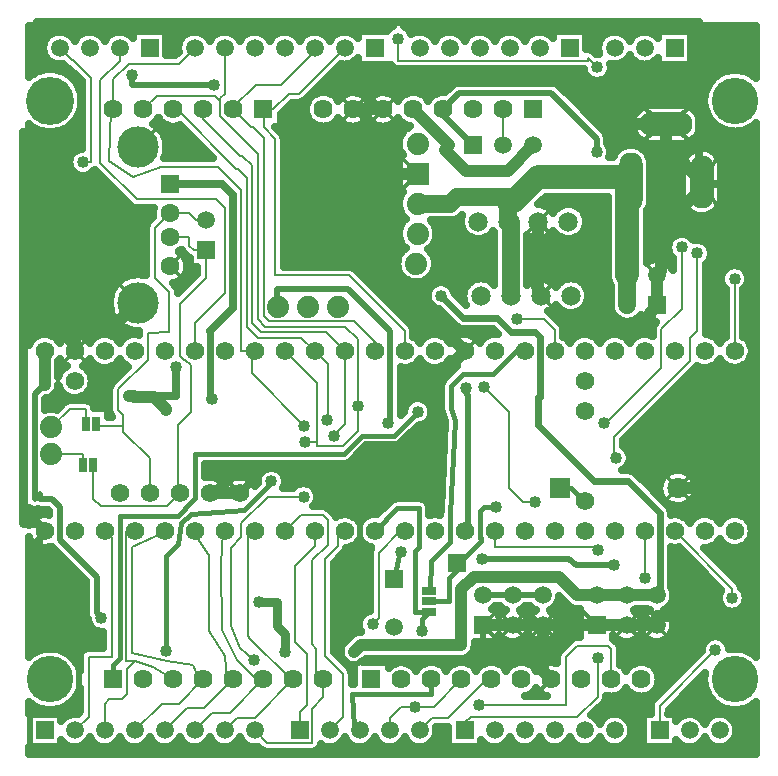
<source format=gbl>
G04 DipTrace 3.3.1.3*
G04 T4LSSArduinoShield.gbl*
%MOIN*%
G04 #@! TF.FileFunction,Copper,L2,Bot*
G04 #@! TF.Part,Single*
G04 #@! TA.AperFunction,Conductor*
%ADD13C,0.02*%
%ADD14C,0.015*%
G04 #@! TA.AperFunction,ViaPad*
%ADD15C,0.04*%
G04 #@! TA.AperFunction,CopperBalancing*
%ADD17C,0.025*%
G04 #@! TA.AperFunction,Conductor*
%ADD18C,0.022*%
%ADD20C,0.03*%
%ADD21C,0.008*%
%ADD22C,0.06*%
%ADD24C,0.059055*%
%ADD25C,0.08*%
G04 #@! TA.AperFunction,CopperBalancing*
%ADD26C,0.013*%
G04 #@! TA.AperFunction,ComponentPad*
%ADD28R,0.059055X0.059055*%
%ADD29C,0.059055*%
%ADD30R,0.062992X0.062992*%
%ADD31C,0.062992*%
%ADD32C,0.137795*%
%ADD33R,0.06378X0.06378*%
%ADD34C,0.06378*%
%ADD35C,0.074*%
%ADD39R,0.025X0.05*%
G04 #@! TA.AperFunction,ComponentPad*
%ADD42C,0.06194*%
%ADD43C,0.074*%
%ADD44R,0.05X0.025*%
G04 #@! TA.AperFunction,ComponentPad*
%ADD47C,0.065199*%
%ADD48R,0.074X0.074*%
%ADD51C,0.070866*%
%ADD52R,0.070866X0.070866*%
%ADD53O,0.07874X0.19685*%
%ADD54O,0.07874X0.177165*%
%ADD55O,0.177165X0.07874*%
G04 #@! TA.AperFunction,ViaPad*
%ADD59C,0.05*%
%ADD60C,0.155*%
%ADD62C,0.16*%
%FSLAX26Y26*%
G04*
G70*
G90*
G75*
G01*
G04 Bottom*
%LPD*%
X2333700Y2447700D2*
D13*
Y2491700D1*
X2182720Y2642680D1*
X1876539D1*
X1822834Y2588976D1*
X2391700Y1068700D2*
X2263700D1*
X2242700Y1089700D1*
X1952700D1*
X1056834Y2668869D2*
X784700D1*
Y2704700D1*
X1893700Y1183700D2*
X1904700D1*
Y1637700D1*
X1897700Y1644700D1*
Y1661700D1*
X1822834Y2588976D2*
Y2568696D1*
X1922830Y2468700D1*
X1953700Y968700D2*
X2053700D1*
X2153700D1*
X1722834Y2588976D2*
D15*
X1843010Y2468800D1*
X1828805Y2454595D1*
X1899700Y2383700D1*
X2037830D1*
X2122830Y2468700D1*
X898700Y1587700D2*
Y1589700D1*
X857700Y1630700D1*
X792672D1*
X790672Y1632700D1*
X774700D1*
X493700Y1671188D2*
Y1783700D1*
X2333700Y968700D2*
X2433700D1*
X2533700D1*
X931700Y1728700D2*
D17*
Y1633700D1*
X860700D1*
X857700Y1630700D1*
X2333700Y968700D2*
D15*
X2269700D1*
X2206700Y1031700D1*
X1924700D1*
X1881700Y988700D1*
Y802700D1*
X1546700D1*
X1525700Y781700D1*
X1295700D2*
D20*
Y840700D1*
X1268700Y867700D1*
Y947102D1*
X1206700D1*
X493700Y1671188D2*
D13*
X490188D1*
X460700Y1641700D1*
Y1289700D1*
X476700Y1305700D1*
Y1290700D1*
X518700D1*
X544700Y1264700D1*
Y1152700D1*
X666700Y1030700D1*
Y909700D1*
X682700Y893700D1*
X2533700Y968700D2*
D18*
X2543700D1*
Y1244700D1*
X2438700Y1349700D1*
X2324700D1*
X2137700Y1536700D1*
Y1630700D1*
X2143700D1*
Y1830700D1*
X2127700Y1846700D1*
X2048700D1*
X2001700Y1893700D1*
X1889700D1*
X1815700Y1967700D1*
X922834Y688976D2*
D21*
X853700Y729700D1*
X793700Y750869D1*
X766724Y723893D1*
Y640228D1*
X750724Y624228D1*
X709700D1*
X693700Y608228D1*
Y518700D1*
X793700Y750869D2*
X765700D1*
Y1183700D1*
X793700D1*
Y518700D2*
X883228Y608228D1*
X942086D1*
X1022834Y688976D1*
X1007754D1*
X986700Y736700D1*
X900700Y748700D1*
X784700Y778477D1*
Y1129014D1*
X895329Y1180899D1*
X893700Y1183700D1*
Y518700D2*
X967228Y592228D1*
X1026086D1*
X1122834Y688976D1*
X1102100D1*
X1096058Y765739D1*
X1042700Y849876D1*
Y1102700D1*
X1037685Y1107715D1*
X998892Y1165975D1*
X993700Y1183700D1*
Y518700D2*
X1051228Y576228D1*
X1110086D1*
X1222834Y688976D1*
X1198424D1*
X1134700Y752700D1*
X1085700Y854700D1*
X1081700Y1073684D1*
X1087556Y1180090D1*
X1085700Y1182700D1*
X1083700Y1193700D1*
X1093700Y1183700D1*
Y518700D2*
X1135228Y560228D1*
X1194086D1*
X1322834Y688976D1*
X1314424D1*
X1175700Y827700D1*
X1172700Y836700D1*
Y1168178D1*
X1193700Y1185700D1*
Y1183700D1*
X1893700Y518700D2*
X1894700Y517700D1*
Y545700D1*
X1913700Y564700D1*
X2269700D1*
X2336700Y631700D1*
Y761700D1*
Y1121700D2*
Y1129700D1*
X1993700D1*
Y1183700D1*
X2793700Y2023767D2*
Y1783700D1*
X2068700Y1890700D2*
X2156700D1*
X2193700Y1853700D1*
Y1783700D1*
X515700Y1438700D2*
X620700D1*
Y1403700D1*
X515700Y1528700D2*
X576700Y1589700D1*
X630700D1*
Y1541700D1*
X722834Y688976D2*
D14*
Y735834D1*
X745700Y758700D1*
Y1232700D1*
X937700D1*
X961700Y1256700D1*
Y1259700D1*
X994700Y1292700D1*
Y1439700D1*
X1490700D1*
X1552700Y1501700D1*
X1657700D1*
X1736700Y1580700D1*
X693700Y1183700D2*
D21*
X716700Y1160700D1*
Y764700D1*
X640137D1*
Y565137D1*
X593700Y518700D1*
X1249700Y1348700D2*
D14*
X1255700D1*
X1159700Y1252700D1*
X981494Y1241494D1*
X948700Y1208700D1*
X936718Y1139847D1*
X897799Y1100927D1*
Y783961D1*
X1782834Y688976D2*
Y639545D1*
X1519199D1*
X1524700Y529700D1*
X1543700Y510700D1*
Y518700D1*
X1593700Y1184700D2*
Y1183700D1*
X1775700Y913700D2*
X1727700D1*
Y1115700D1*
X1742700Y1130700D1*
Y1259700D1*
X1669700D1*
X1593700Y1183700D1*
X1751700Y851700D2*
Y889700D1*
X1775700Y913700D1*
X1643700Y518700D2*
D21*
Y560228D1*
X1681172Y597700D1*
X1727700D1*
X1586700Y872700D2*
X1607700Y893700D1*
Y1111700D1*
X1679700Y1183700D1*
X1693700D1*
X1727700Y597700D2*
X1791558D1*
X1882834Y688976D1*
X1982834D2*
X1967976D1*
X1839228Y560228D1*
X1785228D1*
X1743700Y518700D1*
X2129700Y1279700D2*
X2088700D1*
X2041700Y1326700D1*
Y1581700D1*
X1958700Y1664700D1*
X1222834Y2588976D2*
X1223700D1*
Y2528700D1*
X1260700Y2491700D1*
Y2035700D1*
X1507700D1*
X1693700Y1849700D1*
Y1783700D1*
X1222834Y2588976D2*
X1254976D1*
X1306700Y2640700D1*
X1340700D1*
X1493700Y2793700D1*
X1593700Y1783700D2*
Y1813700D1*
X1524700Y1882700D1*
X1241672D1*
X1223700Y1900672D1*
Y2493700D1*
X1188314Y2529086D1*
X1182724D1*
X1122834Y2588976D1*
Y2595834D1*
X1198700Y2671700D1*
X1282700D1*
X1394700Y2783700D1*
Y2792700D1*
X1393700Y2793700D1*
X1022834Y2588976D2*
Y2558566D1*
X1146149Y2435251D1*
X1152672D1*
X1184700Y2403224D1*
Y1875700D1*
X1214700Y1845700D1*
X1431700D1*
X1493700Y1783700D1*
Y1539700D1*
X1455700Y1501700D1*
X1456700D1*
X922834Y2588976D2*
X933424D1*
X1131409Y2390991D1*
X1136672D1*
X1167700Y2359964D1*
Y1863700D1*
X1203700Y1827700D1*
X1349700D1*
X1393700Y1783700D1*
X1436700Y1740700D1*
Y1554700D1*
X1434700D1*
X822834Y2588976D2*
X866728Y2632869D1*
X1062944D1*
X1078944Y2616869D1*
Y2565952D1*
X1203700Y2441196D1*
Y1890700D1*
X1229700Y1864700D1*
X1495700D1*
X1536700Y1823700D1*
Y1600700D1*
X2617700Y2128700D2*
Y1923700D1*
X2549700Y1855700D1*
Y1727700D1*
X2364700Y1542700D1*
X2357700D1*
X1078944Y2616869D2*
Y2625491D1*
X1093700Y2640247D1*
Y2793700D1*
X1536700Y1600700D2*
Y1515700D1*
X1488700Y1467700D1*
X1401700D1*
Y1479700D1*
Y1675700D1*
X1293700Y1783700D1*
X1401700Y1479700D2*
X1361700D1*
X1356700Y1297700D2*
X1236700D1*
X1148567Y1209567D1*
Y1164567D1*
X1114516Y1127197D1*
Y866725D1*
X1144700Y793700D1*
X1190700Y754700D1*
X1942700Y603700D2*
X2230700D1*
Y762700D1*
X2268700Y800700D1*
X2371700D1*
X2382700Y789700D1*
Y689109D1*
X2382834Y688976D1*
X993700Y2793700D2*
X940700Y2740700D1*
X773700D1*
X722834Y2689834D1*
Y2588976D1*
X714700D1*
X708700Y2417700D1*
X789700Y2363700D1*
X880700Y2396700D1*
X1071468D1*
X1147700Y2320468D1*
Y1783700D1*
X1193700D1*
X1358700Y1534700D2*
X1183700Y1709700D1*
Y1773700D1*
X1193700Y1783700D1*
X2669700Y2108700D2*
Y1851700D1*
X2644700Y1826700D1*
Y1751700D1*
X2390700Y1497700D1*
Y1423700D1*
X2395700D1*
X2398700Y1426700D1*
X743700Y2793700D2*
Y2751247D1*
X678944Y2686491D1*
Y2410456D1*
X800700Y2288700D1*
X1065094D1*
X1093228Y2260566D1*
Y1978078D1*
X993700Y1878550D1*
Y1783700D1*
X1672700Y2824700D2*
Y2751700D1*
X2304313D1*
Y2760087D1*
X2335700Y2728700D1*
X621700Y2412700D2*
X646700D1*
Y2694700D1*
X588700Y2752700D1*
X584700D1*
X543700Y2793700D1*
X2495700Y1026700D2*
X2493700Y1028700D1*
Y1183700D1*
X2729700Y786700D2*
X2543700Y600700D1*
Y518700D1*
X2785590Y960665D2*
Y991810D1*
X2593700Y1183700D1*
X2093700Y1783700D2*
D14*
X2065700D1*
X1987700Y1705700D1*
X1886700D1*
X1848700Y1667700D1*
Y1589334D1*
X1861906Y1555243D1*
X1845700Y1241243D1*
Y1146700D1*
X1781700Y1082700D1*
X1777700Y983700D1*
X1775700D1*
X1293700Y1183700D2*
D21*
X1346672Y1236672D1*
X1420670D1*
X1436670Y1220672D1*
Y1138670D1*
X1385700Y1087700D1*
Y805700D1*
X1399700Y791700D1*
Y688976D1*
X1422834D1*
Y629086D1*
X1385228Y591480D1*
Y477172D1*
X1235228D1*
X1193700Y518700D1*
X1393700Y1183700D2*
Y1132700D1*
X1327700Y1066700D1*
Y813700D1*
X1368672Y772728D1*
Y604716D1*
X1343700Y579743D1*
Y518700D1*
X1493700Y1183700D2*
X1470700D1*
Y1132700D1*
X1428700Y1090700D1*
Y766700D1*
X1487700Y707700D1*
Y562700D1*
X1443700Y518700D1*
X1953700Y868700D2*
D15*
X2053700D1*
X2153700D1*
Y718109D1*
X2182834Y688976D1*
X2153700Y868700D2*
X2333700D1*
X2433700D1*
X2533700D1*
X2535700Y2035700D2*
Y1935700D1*
X2139700Y2214700D2*
Y2091453D1*
Y1975700D1*
X2147700Y1967700D1*
X2139700Y2091453D2*
X2306700D1*
Y2058700D1*
X2344700Y2020700D1*
Y1869700D1*
X2511700D1*
Y1911700D1*
X2535700Y1935700D1*
X1522834Y2588976D2*
X1578968D1*
X1622834D1*
X1522834D2*
X1565700D1*
Y2395659D1*
X1543700D1*
Y2082700D1*
X1773700Y1852700D1*
X1824700D1*
X1893700Y1783700D1*
X1736700Y2374700D2*
X1533700D1*
Y2405659D1*
X1543700Y2395659D1*
X593700Y1783700D2*
Y1831700D1*
X647700Y1885700D1*
X745716D1*
X805054Y1945039D1*
X1043700Y1308700D2*
X1143700D1*
X1337700Y2405700D2*
X1555659D1*
X1565700Y2395659D1*
X593700Y1783700D2*
D20*
Y1813700D1*
X539700Y1867700D1*
X421700D1*
Y1208700D1*
X468700D1*
X493700Y1183700D1*
X421700Y1867700D2*
D17*
Y2512112D1*
X613700D1*
Y2674700D1*
X558397Y2730003D1*
X468700D1*
Y2881700D1*
X2675700D1*
Y2339700D1*
X2781700D1*
Y2197700D1*
X2857700D1*
D15*
Y1327700D1*
Y941700D1*
X2814700Y898700D1*
X2592700D1*
X2533700D1*
Y868700D1*
X493700Y1183700D2*
D13*
X478700D1*
Y1103700D1*
X609700Y972700D1*
Y578392D1*
X443700D1*
Y444700D1*
X2426700D1*
X2461700Y479700D1*
Y565700D1*
X2513700Y617700D1*
Y621700D1*
X2592700Y700700D1*
Y898700D1*
X1780165Y1376700D2*
D17*
X1755700D1*
X1713281Y1419119D1*
X1688700Y1443700D1*
X1622700D1*
X1612700Y1453700D1*
X1584700D1*
X1526700Y1395700D1*
X1200700D1*
X1182700Y1377700D1*
Y1347700D1*
X1143700Y1308700D1*
X1953700Y868700D2*
D13*
Y755700D1*
X1557700D1*
X1516207Y726193D1*
X1458700Y783700D1*
Y1021700D1*
X1543700Y1106700D1*
Y1240700D1*
X1638700Y1335700D1*
Y1344537D1*
X1713281Y1419119D1*
X2603700Y1327700D2*
D15*
X2857700D1*
X2565810Y2539613D2*
Y2464810D1*
X2683920Y2346700D1*
Y2326920D1*
X2548700Y2191700D1*
Y2048700D1*
X2535700Y2035700D1*
X1578968Y2588976D2*
Y2688968D1*
X1605700Y2715700D1*
X2224700D1*
X2399700Y2540700D1*
X2564724D1*
X2565810Y2539613D1*
X1893700Y1783700D2*
Y1782700D1*
X1757200Y1646200D1*
X1792700Y1610700D1*
Y1389235D1*
X1780165Y1376700D1*
X2022830Y2468700D2*
D21*
Y2525090D1*
X2022834Y2525094D1*
Y2588976D1*
X1680700Y1113700D2*
D14*
X1674700Y1104165D1*
X1658700Y1022440D1*
X2210787Y1327700D2*
X2249700D1*
X2293700Y1283700D1*
X1775700Y948700D2*
X1841700D1*
Y1026700D1*
X1863700Y1048700D1*
Y1071700D1*
X1867700Y1075700D1*
X1873700D1*
X1946700Y1148700D1*
Y1161700D1*
X1944700Y1159700D1*
Y1249700D1*
X1957700Y1262700D1*
X1997700D1*
X911747Y2164330D2*
D21*
X975243D1*
Y2134700D1*
X991243Y2118700D1*
X1031700D1*
X943700Y1308700D2*
X900700Y1265700D1*
X682165D1*
X656133Y1291731D1*
Y1403700D1*
X1031700Y2118700D2*
Y2028409D1*
X943700Y1940409D1*
Y1767700D1*
X957700Y1753700D1*
X962700D1*
X980700Y1735700D1*
Y1579700D1*
X937700Y1536700D1*
Y1308700D1*
X943700D1*
X1031700Y2218700D2*
X998428D1*
X974058Y2243070D1*
X911747D1*
X861700Y2193023D1*
Y2026700D1*
X909700Y1978700D1*
Y1847700D1*
X837172Y1842733D1*
Y1754172D1*
X738672Y1655672D1*
Y1586700D1*
X754700Y1570672D1*
Y1534700D1*
Y1514700D1*
X843700Y1425700D1*
Y1308700D1*
X754700Y1534700D2*
X666133D1*
Y1541700D1*
X2435700Y2035700D2*
D24*
Y1935700D1*
X2039700Y2214700D2*
D22*
X2047700D1*
Y1967700D1*
X1736700Y2274700D2*
X1845700D1*
X1867700Y2296700D1*
X2039700D1*
Y2284625D1*
Y2214700D1*
X2447700Y2346700D2*
D25*
X2435700D1*
Y2035700D1*
X2039700Y2284625D2*
X2057625D1*
X2136700Y2363700D1*
X2430700D1*
X2447700Y2346700D1*
X1636672Y1542523D2*
D13*
X1644700D1*
Y1850700D1*
X1503700Y1991700D1*
X1268700D1*
Y1935700D1*
X1272700Y1931700D1*
X1050672Y1622511D2*
D17*
X1043700D1*
D18*
Y1848700D1*
D17*
X1121700Y1926700D1*
Y2303023D1*
X1083228Y2341495D1*
X911747D1*
D15*
X931700Y1728700D3*
X1525700Y781700D3*
X1295700D3*
X1206700Y947102D3*
X1815700Y1967700D3*
X1736700Y1580700D3*
X1249700Y1348700D3*
X897799Y783961D3*
X1751700Y851700D3*
X2129700Y1279700D3*
X1958700Y1664700D3*
X1190700Y754700D3*
X1942700Y603700D3*
X1358700Y1534700D3*
X2669700Y2108700D3*
X2398700Y1426700D3*
X1672700Y2824700D3*
X2335700Y2728700D3*
X621700Y2412700D3*
D59*
X1337700Y2405700D3*
D15*
X1780165Y1376700D3*
D3*
X1680700Y1113700D3*
X1997700Y1262700D3*
D60*
X2795275Y688976D3*
X511810D3*
D62*
Y2618109D3*
D60*
X2795275D3*
D15*
X784700Y2704700D3*
X1056834Y2668869D3*
X1897700Y1661700D3*
X2391700Y1068700D3*
X1952700Y1089700D3*
X2333700Y2447700D3*
X774700Y1632700D3*
X493700Y1671188D3*
X682700Y893700D3*
X898700Y1587700D3*
X2336700Y761700D3*
Y1121700D3*
X2068700Y1890700D3*
X1586700Y872700D3*
X1727700Y597700D3*
X1456700Y1501700D3*
X1434700Y1554700D3*
X2357700Y1542700D3*
X2617700Y2128700D3*
X1536700Y1600700D3*
X1636672Y1542523D3*
X1050672Y1622511D3*
X2793700Y2023767D3*
X1361700Y1479700D3*
X1356700Y1297700D3*
X2495700Y1026700D3*
X2729700Y786700D3*
X2785590Y960665D3*
X443718Y2841016D2*
D17*
X513106D1*
X574300D2*
X613115D1*
X674310D2*
X713124D1*
X901241D2*
X963094D1*
X1024288D2*
X1063103D1*
X1124297D2*
X1163112D1*
X1224307D2*
X1263121D1*
X1324280D2*
X1363095D1*
X1424289D2*
X1463104D1*
X1774304D2*
X1813118D1*
X1874277D2*
X1913092D1*
X1974286D2*
X2013101D1*
X2074295D2*
X2113110D1*
X2301227D2*
X2363115D1*
X2424310D2*
X2463124D1*
X2651241D2*
X2863377D1*
X443718Y2816148D2*
X490965D1*
X901241D2*
X940953D1*
X2301227D2*
X2340975D1*
X2651241D2*
X2863377D1*
X443718Y2791279D2*
X486229D1*
X901241D2*
X936216D1*
X2301227D2*
X2336238D1*
X2651241D2*
X2863377D1*
X443718Y2766410D2*
X493405D1*
X2651241D2*
X2863377D1*
X443718Y2741541D2*
X523656D1*
X1513748D2*
X1536164D1*
X2413724D2*
X2473674D1*
X2513733D2*
X2536185D1*
X2651241D2*
X2863377D1*
X443718Y2716672D2*
X471696D1*
X551945D2*
X580496D1*
X1460891D2*
X2289301D1*
X2382074D2*
X2762865D1*
X2827684D2*
X2863377D1*
X589802Y2691804D2*
X605364D1*
X1436023D2*
X2306562D1*
X2364814D2*
X2720809D1*
X1411156Y2666935D2*
X1848105D1*
X2211158D2*
X2702077D1*
X1447112Y2642066D2*
X1498557D1*
X1547121D2*
X1598531D1*
X1647130D2*
X1698540D1*
X1747139D2*
X1798549D1*
X2236025D2*
X2692604D1*
X2260893Y2617197D2*
X2689769D1*
X1302534Y2592329D2*
X1363059D1*
X2285761D2*
X2476294D1*
X2655332D2*
X2693070D1*
X1282726Y2567460D2*
X1367114D1*
X2310629D2*
X2455517D1*
X2676109D2*
X2703082D1*
X587972Y2542591D2*
X614694D1*
X859113D2*
X886553D1*
X1282726D2*
X1386527D1*
X1459133D2*
X1486536D1*
X1559142D2*
X1586545D1*
X1659115D2*
X1686555D1*
X2335496D2*
X2449309D1*
X2682317D2*
X2722746D1*
X443718Y2517722D2*
X476863D1*
X546741D2*
X614694D1*
X884017D2*
X960474D1*
X1278886D2*
X1688851D1*
X2360400D2*
X2453041D1*
X2678585D2*
X2769719D1*
X2820830D2*
X2863377D1*
X443718Y2492854D2*
X614694D1*
X896899D2*
X985342D1*
X1292666D2*
X1674390D1*
X2371668D2*
X2469153D1*
X2662473D2*
X2863377D1*
X443718Y2467985D2*
X614694D1*
X901780D2*
X1010209D1*
X1292702D2*
X1672057D1*
X2376943D2*
X2426881D1*
X2468519D2*
X2863377D1*
X443718Y2443116D2*
X585377D1*
X899985D2*
X1035077D1*
X1292702D2*
X1680275D1*
X2503219D2*
X2636911D1*
X2730904D2*
X2863377D1*
X443718Y2418247D2*
X574037D1*
X1292702D2*
X1671699D1*
X2513841D2*
X2620512D1*
X2747339D2*
X2863377D1*
X443718Y2393378D2*
X578020D1*
X1292702D2*
X1671699D1*
X2515061D2*
X2616565D1*
X2751286D2*
X2863377D1*
X443718Y2368510D2*
X608378D1*
X635052D2*
X676666D1*
X1292702D2*
X1671699D1*
X2515061D2*
X2616565D1*
X2751286D2*
X2863377D1*
X443718Y2343641D2*
X701534D1*
X1292702D2*
X1671699D1*
X2515635D2*
X2616565D1*
X2751286D2*
X2863377D1*
X443718Y2318772D2*
X726401D1*
X1292702D2*
X1671699D1*
X2515061D2*
X2616565D1*
X2751286D2*
X2863377D1*
X443718Y2293903D2*
X751269D1*
X1292702D2*
X1674713D1*
X2162032D2*
X2367708D1*
X2515061D2*
X2616637D1*
X2751179D2*
X2863377D1*
X443718Y2269035D2*
X776137D1*
X1292702D2*
X1671950D1*
X2162786D2*
X2216636D1*
X2262759D2*
X2367708D1*
X2512334D2*
X2623132D1*
X2744720D2*
X2863377D1*
X443718Y2244166D2*
X852247D1*
X1292702D2*
X1679665D1*
X2292256D2*
X2367708D1*
X2503686D2*
X2644483D1*
X2723369D2*
X2863377D1*
X443718Y2219297D2*
X843743D1*
X1292702D2*
X1690430D1*
X1851490D2*
X1879289D1*
X2300115D2*
X2367708D1*
X2503686D2*
X2863377D1*
X443718Y2194428D2*
X829748D1*
X1292702D2*
X1674892D1*
X1798490D2*
X1882769D1*
X2296634D2*
X2367708D1*
X2503686D2*
X2863377D1*
X443718Y2169560D2*
X829712D1*
X1292702D2*
X1671914D1*
X1801504D2*
X1900640D1*
X2178790D2*
X2200631D1*
X2278763D2*
X2367708D1*
X2503686D2*
X2595178D1*
X2640225D2*
X2863377D1*
X443718Y2144691D2*
X829712D1*
X1292702D2*
X1679378D1*
X1794040D2*
X1989704D1*
X2105694D2*
X2367708D1*
X2503686D2*
X2572607D1*
X2700044D2*
X2863377D1*
X443718Y2119822D2*
X829712D1*
X1292702D2*
X1685945D1*
X1777461D2*
X1989704D1*
X2105694D2*
X2367708D1*
X2503686D2*
X2570562D1*
X2716335D2*
X2863377D1*
X443718Y2094953D2*
X829712D1*
X1292702D2*
X1670084D1*
X1793322D2*
X1989704D1*
X2105694D2*
X2367708D1*
X2503686D2*
X2584664D1*
X2715582D2*
X2863377D1*
X443718Y2070085D2*
X829712D1*
X1292702D2*
X1666854D1*
X1796516D2*
X1989704D1*
X2105694D2*
X2367708D1*
X2701694D2*
X2863377D1*
X443718Y2045216D2*
X829712D1*
X967340D2*
X999695D1*
X1542420D2*
X1674103D1*
X1789303D2*
X1989704D1*
X2105694D2*
X2367708D1*
X2701694D2*
X2751059D1*
X2836332D2*
X2863377D1*
X443718Y2020347D2*
X745635D1*
X948501D2*
X979421D1*
X1567288D2*
X1698361D1*
X1765045D2*
X1920627D1*
X1974789D2*
X1989704D1*
X2105694D2*
X2120610D1*
X2174771D2*
X2220619D1*
X2274780D2*
X2369538D1*
X2701694D2*
X2745820D1*
X2841571D2*
X2863377D1*
X443718Y1995478D2*
X722777D1*
X936480D2*
X954553D1*
X1592155D2*
X1777162D1*
X1854254D2*
X1894181D1*
X2301227D2*
X2378186D1*
X2701694D2*
X2755580D1*
X2831846D2*
X2863377D1*
X443718Y1970609D2*
X711689D1*
X1617023D2*
X1767796D1*
X1866921D2*
X1887183D1*
X2308224D2*
X2378186D1*
X2701694D2*
X2761717D1*
X2825710D2*
X2863377D1*
X443718Y1945741D2*
X708172D1*
X1641891D2*
X1773358D1*
X2303990D2*
X2378186D1*
X2701694D2*
X2761717D1*
X2825710D2*
X2863377D1*
X443718Y1920872D2*
X711294D1*
X1666759D2*
X1808417D1*
X2184603D2*
X2210823D1*
X2284577D2*
X2380196D1*
X2701694D2*
X2761717D1*
X2825710D2*
X2863377D1*
X443718Y1896003D2*
X721880D1*
X1691626D2*
X1833285D1*
X2195620D2*
X2395088D1*
X2701694D2*
X2761717D1*
X2825710D2*
X2863377D1*
X443718Y1871134D2*
X743841D1*
X1716494D2*
X1858153D1*
X2219985D2*
X2522046D1*
X2701694D2*
X2761717D1*
X2825710D2*
X2863377D1*
X443718Y1846266D2*
X805383D1*
X1725716D2*
X1995015D1*
X2225691D2*
X2517704D1*
X2701192D2*
X2761717D1*
X2825710D2*
X2863377D1*
X2838234Y1821397D2*
X2863377D1*
X2838951Y1746791D2*
X2863377D1*
X637780Y1721922D2*
X760707D1*
X1682691D2*
X1853739D1*
X2659136D2*
X2863377D1*
X651057Y1697053D2*
X735839D1*
X1682691D2*
X1828871D1*
X2634268D2*
X2863377D1*
X651487Y1672184D2*
X711725D1*
X1682691D2*
X1813513D1*
X2609400D2*
X2863377D1*
X534936Y1647315D2*
X548021D1*
X639394D2*
X706665D1*
X1682691D2*
X1813190D1*
X2584533D2*
X2863377D1*
X498693Y1622447D2*
X706665D1*
X1682691D2*
X1716087D1*
X1757294D2*
X1813190D1*
X2559665D2*
X2863377D1*
X498693Y1597578D2*
X540342D1*
X661643D2*
X706665D1*
X1781445D2*
X1813190D1*
X2534797D2*
X2863377D1*
X1783992Y1572709D2*
X1817245D1*
X2509929D2*
X2863377D1*
X1770679Y1547840D2*
X1825965D1*
X2485062D2*
X2863377D1*
X1728157Y1522972D2*
X1824709D1*
X2460194D2*
X2863377D1*
X1703289Y1498103D2*
X1823417D1*
X2435326D2*
X2863377D1*
X1676878Y1473234D2*
X1822125D1*
X2422695D2*
X2863377D1*
X1548520Y1448365D2*
X1820833D1*
X2441211D2*
X2863377D1*
X1523653Y1423497D2*
X1819577D1*
X2446594D2*
X2863377D1*
X1030209Y1398628D2*
X1818285D1*
X2437013D2*
X2863377D1*
X1030209Y1373759D2*
X1209223D1*
X1290190D2*
X1816994D1*
X2468770D2*
X2561303D1*
X2646110D2*
X2863377D1*
X1085865Y1348890D2*
X1101535D1*
X1185875D2*
X1201688D1*
X1297690D2*
X1815702D1*
X2493638D2*
X2544079D1*
X2663334D2*
X2863377D1*
X1396300Y1324022D2*
X1814446D1*
X2518506D2*
X2540383D1*
X2667030D2*
X2863377D1*
X1404661Y1299153D2*
X1813154D1*
X2660033D2*
X2863377D1*
X1398201Y1274284D2*
X1635133D1*
X1774806D2*
X1811862D1*
X2635524D2*
X2863377D1*
X443718Y1249415D2*
X506683D1*
X1452135D2*
X1610229D1*
X1778215D2*
X1810570D1*
X2582380D2*
X2863377D1*
X1535207Y1224546D2*
X1552204D1*
X2635201D2*
X2652198D1*
X2735210D2*
X2752207D1*
X2835184D2*
X2863377D1*
X2850363Y1199678D2*
X2863377D1*
X2841463Y1149940D2*
X2863377D1*
X443718Y1125071D2*
X519637D1*
X1501691D2*
X1578902D1*
X2582703D2*
X2608096D1*
X2696563D2*
X2863377D1*
X443718Y1100203D2*
X544505D1*
X1482422D2*
X1575708D1*
X2582703D2*
X2632964D1*
X2721431D2*
X2863377D1*
X443718Y1075334D2*
X569372D1*
X1460712D2*
X1575708D1*
X2582703D2*
X2657832D1*
X2746299D2*
X2863377D1*
X443718Y1050465D2*
X594240D1*
X1460712D2*
X1575708D1*
X2582703D2*
X2682700D1*
X2771166D2*
X2863377D1*
X443718Y1025596D2*
X619108D1*
X1460712D2*
X1575708D1*
X2582703D2*
X2707567D1*
X2796034D2*
X2863377D1*
X443718Y1000728D2*
X628689D1*
X1460712D2*
X1575708D1*
X2582703D2*
X2732471D1*
X2816201D2*
X2863377D1*
X443718Y975859D2*
X628689D1*
X1460712D2*
X1575708D1*
X2590776D2*
X2740186D1*
X2830985D2*
X2863377D1*
X443718Y950990D2*
X628689D1*
X1460712D2*
X1575708D1*
X2588300D2*
X2738643D1*
X2832564D2*
X2863377D1*
X443718Y926121D2*
X628689D1*
X1460712D2*
X1575708D1*
X1991044D2*
X2016330D1*
X2091053D2*
X2116340D1*
X2191063D2*
X2251156D1*
X2571040D2*
X2753463D1*
X2817708D2*
X2863377D1*
X443718Y901252D2*
X629729D1*
X1460712D2*
X1548759D1*
X2200572D2*
X2276168D1*
X2580549D2*
X2863377D1*
X443718Y876384D2*
X638126D1*
X1460712D2*
X1538855D1*
X2210691D2*
X2276168D1*
X2590705D2*
X2863377D1*
X443718Y851515D2*
X663138D1*
X1460712D2*
X1543915D1*
X2208466D2*
X2276168D1*
X2588480D2*
X2863377D1*
X443718Y826646D2*
X684704D1*
X1460712D2*
X1503796D1*
X2091699D2*
X2115694D1*
X2191673D2*
X2252161D1*
X2471677D2*
X2495707D1*
X2571686D2*
X2705414D1*
X2753978D2*
X2863377D1*
X443718Y801777D2*
X684704D1*
X1460712D2*
X1482374D1*
X1929682D2*
X2225571D1*
X2412109D2*
X2684279D1*
X2775114D2*
X2863377D1*
X567949Y776909D2*
X610783D1*
X1462721D2*
X1477960D1*
X1921680D2*
X2202354D1*
X2414693D2*
X2675702D1*
X1562874Y752040D2*
X2198694D1*
X2414693D2*
X2650834D1*
X2528159Y727171D2*
X2625967D1*
X2541149Y702302D2*
X2601099D1*
X2541543Y677434D2*
X2576231D1*
X2664662D2*
X2690415D1*
X2529702Y652565D2*
X2551328D1*
X2639794D2*
X2696407D1*
X2368438Y627696D2*
X2526460D1*
X2614927D2*
X2709972D1*
X570784Y602827D2*
X608127D1*
X2352039D2*
X2511783D1*
X2590059D2*
X2736311D1*
X443718Y577959D2*
X608127D1*
X2327171D2*
X2511712D1*
X2575705D2*
X2863377D1*
X2439166Y553090D2*
X2486162D1*
X2789144D2*
X2863377D1*
X1800391Y528221D2*
X1836156D1*
X2450398D2*
X2486162D1*
X2800412D2*
X2863377D1*
X1799028Y503352D2*
X1836156D1*
X2449034D2*
X2486162D1*
X2799048D2*
X2863377D1*
X633761Y478483D2*
X653628D1*
X733770D2*
X753638D1*
X833743D2*
X853647D1*
X933752D2*
X953656D1*
X1033762D2*
X1053629D1*
X1133771D2*
X1153639D1*
X1483749D2*
X1503653D1*
X1583759D2*
X1603626D1*
X1683768D2*
X1703636D1*
X1783741D2*
X1836156D1*
X2033746D2*
X2053650D1*
X2133755D2*
X2153659D1*
X2233765D2*
X2253632D1*
X2333774D2*
X2353642D1*
X2433747D2*
X2486162D1*
X2683752D2*
X2703656D1*
X2783762D2*
X2863377D1*
X443718Y453615D2*
X1214965D1*
X1405486D2*
X2863377D1*
X1547859Y2848728D2*
X1634089D1*
X1638102Y2854250D1*
X1643150Y2859298D1*
X1648926Y2863495D1*
X1653450Y2865889D1*
X441179Y2865885D1*
X441201Y2696499D1*
X449799Y2703461D1*
X456687Y2708063D1*
X463914Y2712111D1*
X471437Y2715579D1*
X479209Y2718446D1*
X487182Y2720694D1*
X495306Y2722311D1*
X503533Y2723284D1*
X511810Y2723609D1*
X520088Y2723284D1*
X528314Y2722311D1*
X536439Y2720694D1*
X544412Y2718446D1*
X552183Y2715579D1*
X559706Y2712111D1*
X566934Y2708063D1*
X573822Y2703461D1*
X580327Y2698332D1*
X586410Y2692709D1*
X592033Y2686626D1*
X597162Y2680121D1*
X601764Y2673233D1*
X605811Y2666005D1*
X609280Y2658483D1*
X612147Y2650711D1*
X614395Y2642738D1*
X616011Y2634613D1*
X616985Y2626387D1*
X617200Y2620922D1*
Y2682513D1*
X574763Y2724918D1*
X569286Y2727547D1*
X565541Y2730268D1*
X555695Y2739985D1*
X548017Y2738842D1*
X539383D1*
X530854Y2740193D1*
X522642Y2742861D1*
X514948Y2746781D1*
X507962Y2751857D1*
X501857Y2757962D1*
X496781Y2764948D1*
X492861Y2772642D1*
X490193Y2780854D1*
X488842Y2789383D1*
Y2798017D1*
X490193Y2806546D1*
X492861Y2814758D1*
X496781Y2822452D1*
X501857Y2829438D1*
X507962Y2835543D1*
X514948Y2840619D1*
X522642Y2844539D1*
X530854Y2847207D1*
X539383Y2848558D1*
X548017D1*
X556546Y2847207D1*
X564758Y2844539D1*
X572452Y2840619D1*
X579438Y2835543D1*
X585543Y2829438D1*
X590619Y2822452D1*
X593670Y2816643D1*
X596781Y2822452D1*
X601857Y2829438D1*
X607962Y2835543D1*
X614948Y2840619D1*
X622642Y2844539D1*
X630854Y2847207D1*
X639383Y2848558D1*
X648017D1*
X656546Y2847207D1*
X664758Y2844539D1*
X672452Y2840619D1*
X679438Y2835543D1*
X685543Y2829438D1*
X690619Y2822452D1*
X693670Y2816643D1*
X696781Y2822452D1*
X701857Y2829438D1*
X707962Y2835543D1*
X714948Y2840619D1*
X722642Y2844539D1*
X730854Y2847207D1*
X739383Y2848558D1*
X748017D1*
X756546Y2847207D1*
X764758Y2844539D1*
X772452Y2840619D1*
X779438Y2835543D1*
X785543Y2829438D1*
X788678Y2825357D1*
X788672Y2848728D1*
X898728D1*
Y2770177D1*
X928468Y2770200D1*
X940013Y2781732D1*
X938842Y2789383D1*
Y2798017D1*
X940193Y2806546D1*
X942861Y2814758D1*
X946781Y2822452D1*
X951857Y2829438D1*
X957962Y2835543D1*
X964948Y2840619D1*
X972642Y2844539D1*
X980854Y2847207D1*
X989383Y2848558D1*
X998017D1*
X1006546Y2847207D1*
X1014758Y2844539D1*
X1022452Y2840619D1*
X1029438Y2835543D1*
X1035543Y2829438D1*
X1040619Y2822452D1*
X1043670Y2816643D1*
X1046781Y2822452D1*
X1051857Y2829438D1*
X1057962Y2835543D1*
X1064948Y2840619D1*
X1072642Y2844539D1*
X1080854Y2847207D1*
X1089383Y2848558D1*
X1098017D1*
X1106546Y2847207D1*
X1114758Y2844539D1*
X1122452Y2840619D1*
X1129438Y2835543D1*
X1135543Y2829438D1*
X1140619Y2822452D1*
X1143670Y2816643D1*
X1146781Y2822452D1*
X1151857Y2829438D1*
X1157962Y2835543D1*
X1164948Y2840619D1*
X1172642Y2844539D1*
X1180854Y2847207D1*
X1189383Y2848558D1*
X1198017D1*
X1206546Y2847207D1*
X1214758Y2844539D1*
X1222452Y2840619D1*
X1229438Y2835543D1*
X1235543Y2829438D1*
X1240619Y2822452D1*
X1243670Y2816643D1*
X1246781Y2822452D1*
X1251857Y2829438D1*
X1257962Y2835543D1*
X1264948Y2840619D1*
X1272642Y2844539D1*
X1280854Y2847207D1*
X1289383Y2848558D1*
X1298017D1*
X1306546Y2847207D1*
X1314758Y2844539D1*
X1322452Y2840619D1*
X1329438Y2835543D1*
X1335543Y2829438D1*
X1340619Y2822452D1*
X1343670Y2816643D1*
X1346781Y2822452D1*
X1351857Y2829438D1*
X1357962Y2835543D1*
X1364948Y2840619D1*
X1372642Y2844539D1*
X1380854Y2847207D1*
X1389383Y2848558D1*
X1398017D1*
X1406546Y2847207D1*
X1414758Y2844539D1*
X1422452Y2840619D1*
X1429438Y2835543D1*
X1435543Y2829438D1*
X1440619Y2822452D1*
X1443670Y2816643D1*
X1446781Y2822452D1*
X1451857Y2829438D1*
X1457962Y2835543D1*
X1464948Y2840619D1*
X1472642Y2844539D1*
X1480854Y2847207D1*
X1489383Y2848558D1*
X1498017D1*
X1506546Y2847207D1*
X1514758Y2844539D1*
X1522452Y2840619D1*
X1529438Y2835543D1*
X1535543Y2829438D1*
X1538678Y2825357D1*
X1538672Y2848728D1*
X1547859D1*
X1646252Y2738672D2*
X1538672D1*
Y2761961D1*
X1532610Y2754790D1*
X1526044Y2749182D1*
X1518682Y2744670D1*
X1510704Y2741366D1*
X1502308Y2739350D1*
X1493700Y2738672D1*
X1485092Y2739350D1*
X1481731Y2740018D1*
X1359859Y2618268D1*
X1356114Y2615547D1*
X1351989Y2613446D1*
X1347587Y2612015D1*
X1343015Y2611291D1*
X1318918Y2611200D1*
X1280208Y2572489D1*
X1280224Y2531586D1*
X1262533D1*
X1283132Y2510859D1*
X1285853Y2507114D1*
X1287955Y2502989D1*
X1289385Y2498587D1*
X1290109Y2494015D1*
X1290200Y2409023D1*
Y2065216D1*
X1510015Y2065109D1*
X1514587Y2064385D1*
X1518989Y2062954D1*
X1523114Y2060853D1*
X1526859Y2058132D1*
X1587021Y1998098D1*
X1716132Y1868859D1*
X1718853Y1865114D1*
X1720954Y1860989D1*
X1722385Y1856587D1*
X1723109Y1852015D1*
X1723205Y1831848D1*
X1730374Y1826640D1*
X1736640Y1820374D1*
X1741848Y1813205D1*
X1743685Y1809926D1*
X1748015Y1816892D1*
X1753770Y1823630D1*
X1760508Y1829385D1*
X1768063Y1834015D1*
X1776250Y1837406D1*
X1784866Y1839475D1*
X1793700Y1840170D1*
X1802534Y1839475D1*
X1811150Y1837406D1*
X1819337Y1834015D1*
X1826892Y1829385D1*
X1833630Y1823630D1*
X1839385Y1816892D1*
X1843685Y1809926D1*
X1847093Y1815584D1*
X1851625Y1821363D1*
X1856868Y1826505D1*
X1862735Y1830923D1*
X1869125Y1834542D1*
X1875931Y1837301D1*
X1883037Y1839154D1*
X1890324Y1840069D1*
X1897668Y1840030D1*
X1904944Y1839039D1*
X1912031Y1837112D1*
X1918807Y1834281D1*
X1925159Y1830595D1*
X1930979Y1826116D1*
X1936168Y1820919D1*
X1940639Y1815093D1*
X1943695Y1809942D1*
X1948015Y1816892D1*
X1953770Y1823630D1*
X1960508Y1829385D1*
X1968063Y1834015D1*
X1976250Y1837406D1*
X1984866Y1839475D1*
X1993700Y1840170D1*
X2002534Y1839475D1*
X2004759Y1839032D1*
X1986580Y1857201D1*
X1886836Y1857312D1*
X1881179Y1858208D1*
X1875732Y1859978D1*
X1870629Y1862579D1*
X1865995Y1865945D1*
X1831412Y1900369D1*
X1809108Y1922673D1*
X1801640Y1924427D1*
X1795043Y1927159D1*
X1788956Y1930890D1*
X1783527Y1935527D1*
X1778890Y1940956D1*
X1775159Y1947043D1*
X1772427Y1953640D1*
X1770760Y1960582D1*
X1770200Y1967700D1*
X1770760Y1974818D1*
X1772427Y1981760D1*
X1775159Y1988357D1*
X1778890Y1994444D1*
X1783527Y1999873D1*
X1788956Y2004510D1*
X1795043Y2008241D1*
X1801640Y2010973D1*
X1808582Y2012640D1*
X1815700Y2013200D1*
X1822818Y2012640D1*
X1829760Y2010973D1*
X1836357Y2008241D1*
X1842444Y2004510D1*
X1847873Y1999873D1*
X1852510Y1994444D1*
X1856241Y1988357D1*
X1858973Y1981760D1*
X1860697Y1974333D1*
X1898981Y1936037D1*
X1895933Y1941323D1*
X1892444Y1949746D1*
X1890316Y1958611D1*
X1889600Y1967700D1*
X1890316Y1976789D1*
X1892444Y1985654D1*
X1895933Y1994077D1*
X1900696Y2001850D1*
X1906617Y2008783D1*
X1913550Y2014704D1*
X1921323Y2019467D1*
X1929746Y2022956D1*
X1938611Y2025084D1*
X1947700Y2025800D1*
X1956789Y2025084D1*
X1965654Y2022956D1*
X1974077Y2019467D1*
X1981850Y2014704D1*
X1988783Y2008783D1*
X1992199Y2005027D1*
X1992200Y2181247D1*
X1989718Y2185136D1*
X1986704Y2180550D1*
X1980783Y2173617D1*
X1973850Y2167696D1*
X1966077Y2162933D1*
X1957654Y2159444D1*
X1948789Y2157316D1*
X1939700Y2156600D1*
X1930611Y2157316D1*
X1921746Y2159444D1*
X1913323Y2162933D1*
X1905550Y2167696D1*
X1898617Y2173617D1*
X1892696Y2180550D1*
X1887933Y2188323D1*
X1884444Y2196746D1*
X1882316Y2205611D1*
X1881600Y2214700D1*
X1882316Y2223789D1*
X1884444Y2232654D1*
X1885795Y2236315D1*
X1881744Y2232497D1*
X1874699Y2227378D1*
X1866939Y2223425D1*
X1858656Y2220733D1*
X1850054Y2219371D1*
X1827327Y2219200D1*
X1780570D1*
X1784225Y2215291D1*
X1789990Y2207356D1*
X1794442Y2198618D1*
X1797473Y2189290D1*
X1799007Y2179604D1*
Y2169796D1*
X1797473Y2160110D1*
X1794442Y2150782D1*
X1789990Y2142044D1*
X1784225Y2134109D1*
X1777291Y2127175D1*
X1771540Y2122869D1*
X1775894Y2118894D1*
X1782264Y2111437D1*
X1787388Y2103074D1*
X1791141Y2094014D1*
X1793431Y2084477D1*
X1794200Y2074700D1*
X1793431Y2064923D1*
X1791141Y2055386D1*
X1787388Y2046326D1*
X1782264Y2037963D1*
X1775894Y2030506D1*
X1768437Y2024136D1*
X1760074Y2019012D1*
X1751014Y2015259D1*
X1741477Y2012969D1*
X1731700Y2012200D1*
X1721923Y2012969D1*
X1712386Y2015259D1*
X1703326Y2019012D1*
X1694963Y2024136D1*
X1687506Y2030506D1*
X1681136Y2037963D1*
X1676012Y2046326D1*
X1672259Y2055386D1*
X1669969Y2064923D1*
X1669200Y2074700D1*
X1669969Y2084477D1*
X1672259Y2094014D1*
X1676012Y2103074D1*
X1681136Y2111437D1*
X1687506Y2118894D1*
X1694963Y2125264D1*
X1696860Y2126531D1*
X1692506Y2130506D1*
X1686136Y2137963D1*
X1681012Y2146326D1*
X1677259Y2155386D1*
X1674969Y2164923D1*
X1674200Y2174700D1*
X1674969Y2184477D1*
X1677259Y2194014D1*
X1681012Y2203074D1*
X1686136Y2211437D1*
X1692506Y2218894D1*
X1699226Y2224682D1*
X1692506Y2230506D1*
X1686136Y2237963D1*
X1681012Y2246326D1*
X1677259Y2255386D1*
X1674969Y2264923D1*
X1674200Y2274700D1*
X1674969Y2284477D1*
X1677259Y2294014D1*
X1681012Y2303074D1*
X1686136Y2311437D1*
X1686742Y2312204D1*
X1674200Y2312200D1*
Y2437200D1*
X1686695D1*
X1683410Y2442044D1*
X1678958Y2450782D1*
X1675927Y2460110D1*
X1674393Y2469796D1*
Y2479604D1*
X1675927Y2489290D1*
X1678958Y2498618D1*
X1683410Y2507356D1*
X1689175Y2515291D1*
X1696109Y2522225D1*
X1704044Y2527990D1*
X1712836Y2532462D1*
X1705099Y2534395D1*
X1696779Y2537841D1*
X1689101Y2542546D1*
X1682253Y2548395D1*
X1676405Y2555243D1*
X1672860Y2560848D1*
X1668856Y2554690D1*
X1664101Y2549093D1*
X1658670Y2544150D1*
X1652652Y2539940D1*
X1646146Y2536534D1*
X1639258Y2533986D1*
X1632101Y2532339D1*
X1624792Y2531619D1*
X1617451Y2531839D1*
X1610199Y2532994D1*
X1603153Y2535066D1*
X1596430Y2538021D1*
X1590139Y2541810D1*
X1584383Y2546372D1*
X1579257Y2551631D1*
X1574845Y2557502D1*
X1572836Y2560807D1*
X1568856Y2554690D1*
X1564101Y2549093D1*
X1558670Y2544150D1*
X1552652Y2539940D1*
X1546146Y2536534D1*
X1539258Y2533986D1*
X1532101Y2532339D1*
X1524792Y2531619D1*
X1517451Y2531839D1*
X1510199Y2532994D1*
X1503153Y2535066D1*
X1496430Y2538021D1*
X1490139Y2541810D1*
X1484383Y2546372D1*
X1479257Y2551631D1*
X1474845Y2557502D1*
X1472836Y2560807D1*
X1469263Y2555243D1*
X1463415Y2548395D1*
X1456567Y2542546D1*
X1448888Y2537841D1*
X1440568Y2534395D1*
X1431812Y2532292D1*
X1422834Y2531586D1*
X1413856Y2532292D1*
X1405099Y2534395D1*
X1396779Y2537841D1*
X1389101Y2542546D1*
X1382253Y2548395D1*
X1376405Y2555243D1*
X1371699Y2562921D1*
X1368253Y2571241D1*
X1366151Y2579998D1*
X1365444Y2588976D1*
X1366151Y2597953D1*
X1368253Y2606710D1*
X1371699Y2615030D1*
X1376405Y2622708D1*
X1382253Y2629556D1*
X1389101Y2635405D1*
X1396779Y2640110D1*
X1405099Y2643556D1*
X1413856Y2645659D1*
X1422834Y2646365D1*
X1431812Y2645659D1*
X1440568Y2643556D1*
X1448888Y2640110D1*
X1456567Y2635405D1*
X1463415Y2629556D1*
X1469263Y2622708D1*
X1472807Y2617103D1*
X1476667Y2623066D1*
X1481398Y2628683D1*
X1486808Y2633649D1*
X1492809Y2637884D1*
X1499300Y2641318D1*
X1506177Y2643895D1*
X1513327Y2645573D1*
X1520633Y2646323D1*
X1527975Y2646135D1*
X1535232Y2645010D1*
X1542287Y2642968D1*
X1549022Y2640042D1*
X1555329Y2636279D1*
X1561104Y2631742D1*
X1566252Y2626504D1*
X1570690Y2620652D1*
X1572830Y2617142D1*
X1576667Y2623066D1*
X1581398Y2628683D1*
X1586808Y2633649D1*
X1592809Y2637884D1*
X1599300Y2641318D1*
X1606177Y2643895D1*
X1613327Y2645573D1*
X1620633Y2646323D1*
X1627975Y2646135D1*
X1635232Y2645010D1*
X1642287Y2642968D1*
X1649022Y2640042D1*
X1655329Y2636279D1*
X1661104Y2631742D1*
X1666252Y2626504D1*
X1670690Y2620652D1*
X1672830Y2617142D1*
X1676405Y2622708D1*
X1682253Y2629556D1*
X1689101Y2635405D1*
X1696779Y2640110D1*
X1705099Y2643556D1*
X1713856Y2645659D1*
X1722834Y2646365D1*
X1731812Y2645659D1*
X1740568Y2643556D1*
X1748888Y2640110D1*
X1756567Y2635405D1*
X1763415Y2629556D1*
X1769263Y2622708D1*
X1772807Y2617103D1*
X1776405Y2622708D1*
X1782253Y2629556D1*
X1789101Y2635405D1*
X1796779Y2640110D1*
X1805099Y2643556D1*
X1813856Y2645659D1*
X1822834Y2646365D1*
X1829592Y2645922D1*
X1853483Y2669675D1*
X1857990Y2672949D1*
X1862953Y2675478D1*
X1868251Y2677200D1*
X1873753Y2678071D1*
X1931657Y2678180D1*
X2185505Y2678071D1*
X2191007Y2677200D1*
X2196305Y2675478D1*
X2201268Y2672949D1*
X2205775Y2669675D1*
X2246796Y2628808D1*
X2360695Y2514755D1*
X2363969Y2510249D1*
X2366498Y2505285D1*
X2368219Y2499987D1*
X2369091Y2494485D1*
X2369200Y2476162D1*
X2372495Y2471474D1*
X2375737Y2465112D1*
X2377943Y2458322D1*
X2379060Y2451270D1*
Y2444130D1*
X2377943Y2437078D1*
X2375737Y2430288D1*
X2375240Y2429211D1*
X2387208Y2429200D1*
X2389900Y2435206D1*
X2395219Y2443885D1*
X2401830Y2451625D1*
X2409570Y2458236D1*
X2418250Y2463555D1*
X2427654Y2467450D1*
X2437552Y2469827D1*
X2447700Y2470625D1*
X2457848Y2469827D1*
X2467746Y2467450D1*
X2477150Y2463555D1*
X2485830Y2458236D1*
X2493570Y2451625D1*
X2500181Y2443885D1*
X2505500Y2435206D1*
X2509395Y2425801D1*
X2511771Y2415903D1*
X2512570Y2405755D1*
Y2355768D1*
X2513200Y2346700D1*
X2512570Y2332264D1*
X2512370Y2282555D1*
X2510778Y2272501D1*
X2507632Y2262820D1*
X2503011Y2253750D1*
X2501209Y2251054D1*
X2501200Y2078537D1*
X2505901Y2081961D1*
X2512326Y2085517D1*
X2519168Y2088185D1*
X2526304Y2089919D1*
X2533607Y2090688D1*
X2540948Y2090477D1*
X2548195Y2089290D1*
X2555219Y2087149D1*
X2561896Y2084092D1*
X2568107Y2080173D1*
X2573740Y2075462D1*
X2578696Y2070042D1*
X2582886Y2064011D1*
X2586235Y2057476D1*
X2588200Y2052309D1*
X2588150Y2094102D1*
X2583102Y2099150D1*
X2578905Y2104926D1*
X2575663Y2111288D1*
X2573457Y2118078D1*
X2572340Y2125130D1*
Y2132270D1*
X2573457Y2139322D1*
X2575663Y2146112D1*
X2578905Y2152474D1*
X2583102Y2158250D1*
X2588150Y2163298D1*
X2593926Y2167495D1*
X2600288Y2170737D1*
X2607078Y2172943D1*
X2614130Y2174060D1*
X2621270D1*
X2628322Y2172943D1*
X2635112Y2170737D1*
X2641474Y2167495D1*
X2647250Y2163298D1*
X2652298Y2158250D1*
X2656611Y2152267D1*
X2662582Y2153640D1*
X2669700Y2154200D1*
X2676818Y2153640D1*
X2683760Y2151973D1*
X2690357Y2149241D1*
X2696444Y2145510D1*
X2701873Y2140873D1*
X2706510Y2135444D1*
X2710241Y2129357D1*
X2712973Y2122760D1*
X2714640Y2115818D1*
X2715200Y2108700D1*
X2714640Y2101582D1*
X2712973Y2094640D1*
X2710241Y2088043D1*
X2706510Y2081956D1*
X2701873Y2076527D1*
X2699195Y2074058D1*
X2699109Y1849385D1*
X2698385Y1844813D1*
X2696951Y1840403D1*
X2702534Y1839475D1*
X2711150Y1837406D1*
X2719337Y1834015D1*
X2726892Y1829385D1*
X2733630Y1823630D1*
X2739385Y1816892D1*
X2743685Y1809926D1*
X2748015Y1816892D1*
X2753770Y1823630D1*
X2760508Y1829385D1*
X2764210Y1831857D1*
X2764150Y1989168D1*
X2759102Y1994217D1*
X2754905Y1999993D1*
X2751663Y2006355D1*
X2749457Y2013145D1*
X2748340Y2020197D1*
Y2027337D1*
X2749457Y2034389D1*
X2751663Y2041179D1*
X2754905Y2047541D1*
X2759102Y2053317D1*
X2764150Y2058365D1*
X2769926Y2062562D1*
X2776288Y2065803D1*
X2783078Y2068010D1*
X2790130Y2069127D1*
X2797270D1*
X2804322Y2068010D1*
X2811112Y2065803D1*
X2817474Y2062562D1*
X2823250Y2058365D1*
X2828298Y2053317D1*
X2832495Y2047541D1*
X2835737Y2041179D1*
X2837943Y2034389D1*
X2839060Y2027337D1*
Y2020197D1*
X2837943Y2013145D1*
X2835737Y2006355D1*
X2832495Y1999993D1*
X2828298Y1994217D1*
X2823195Y1989125D1*
X2823205Y1831848D1*
X2830374Y1826640D1*
X2836640Y1820374D1*
X2841848Y1813205D1*
X2845871Y1805310D1*
X2848610Y1796883D1*
X2849996Y1788131D1*
Y1779269D1*
X2848610Y1770517D1*
X2845871Y1762090D1*
X2841848Y1754195D1*
X2836640Y1747026D1*
X2830374Y1740760D1*
X2823205Y1735552D1*
X2815310Y1731529D1*
X2806883Y1728790D1*
X2798131Y1727404D1*
X2789269D1*
X2780517Y1728790D1*
X2772090Y1731529D1*
X2764195Y1735552D1*
X2757026Y1740760D1*
X2750760Y1747026D1*
X2745552Y1754195D1*
X2743715Y1757474D1*
X2739385Y1750508D1*
X2733630Y1743770D1*
X2726892Y1738015D1*
X2719337Y1733385D1*
X2711150Y1729994D1*
X2702534Y1727925D1*
X2693700Y1727230D1*
X2684866Y1727925D1*
X2676250Y1729994D1*
X2667897Y1733478D1*
X2659064Y1724345D1*
X2420219Y1485500D1*
X2420200Y1466804D1*
X2425444Y1463510D1*
X2430873Y1458873D1*
X2435510Y1453444D1*
X2439241Y1447357D1*
X2441973Y1440760D1*
X2443640Y1433818D1*
X2444200Y1426700D1*
X2443640Y1419582D1*
X2441973Y1412640D1*
X2439241Y1406043D1*
X2435510Y1399956D1*
X2430873Y1394527D1*
X2425444Y1389890D1*
X2419417Y1386193D1*
X2441564Y1386088D1*
X2447221Y1385192D1*
X2452668Y1383422D1*
X2457771Y1380821D1*
X2462405Y1377455D1*
X2496988Y1343031D1*
X2571455Y1268405D1*
X2574821Y1263771D1*
X2577422Y1258668D1*
X2579192Y1253221D1*
X2580088Y1247564D1*
X2580517Y1238610D1*
X2589269Y1239996D1*
X2598131D1*
X2606883Y1238610D1*
X2615310Y1235871D1*
X2623205Y1231848D1*
X2630374Y1226640D1*
X2636640Y1220374D1*
X2641848Y1213205D1*
X2643685Y1209926D1*
X2648015Y1216892D1*
X2653770Y1223630D1*
X2660508Y1229385D1*
X2668063Y1234015D1*
X2676250Y1237406D1*
X2684866Y1239475D1*
X2693700Y1240170D1*
X2702534Y1239475D1*
X2711150Y1237406D1*
X2719337Y1234015D1*
X2726892Y1229385D1*
X2733630Y1223630D1*
X2739385Y1216892D1*
X2743685Y1209926D1*
X2748015Y1216892D1*
X2753770Y1223630D1*
X2760508Y1229385D1*
X2768063Y1234015D1*
X2776250Y1237406D1*
X2784866Y1239475D1*
X2793700Y1240170D1*
X2802534Y1239475D1*
X2811150Y1237406D1*
X2819337Y1234015D1*
X2826892Y1229385D1*
X2833630Y1223630D1*
X2839385Y1216892D1*
X2844015Y1209337D1*
X2847406Y1201150D1*
X2849475Y1192534D1*
X2850170Y1183700D1*
X2849475Y1174866D1*
X2847406Y1166250D1*
X2844015Y1158063D1*
X2839385Y1150508D1*
X2833630Y1143770D1*
X2826892Y1138015D1*
X2819337Y1133385D1*
X2811150Y1129994D1*
X2802534Y1127925D1*
X2793700Y1127230D1*
X2784866Y1127925D1*
X2776250Y1129994D1*
X2768063Y1133385D1*
X2760508Y1138015D1*
X2753770Y1143770D1*
X2748015Y1150508D1*
X2743715Y1157474D1*
X2739385Y1150508D1*
X2733630Y1143770D1*
X2726892Y1138015D1*
X2719337Y1133385D1*
X2711150Y1129994D1*
X2702534Y1127925D1*
X2693700Y1127230D1*
X2691814Y1127304D1*
X2808022Y1010969D1*
X2810743Y1007224D1*
X2812844Y1003099D1*
X2814275Y998697D1*
X2815140Y995263D1*
X2820188Y990214D1*
X2824385Y984438D1*
X2827626Y978077D1*
X2829833Y971286D1*
X2830950Y964234D1*
Y957095D1*
X2829833Y950043D1*
X2827626Y943252D1*
X2824385Y936891D1*
X2820188Y931115D1*
X2815140Y926066D1*
X2809363Y921869D1*
X2803002Y918628D1*
X2796212Y916422D1*
X2789160Y915305D1*
X2782020D1*
X2774968Y916422D1*
X2768178Y918628D1*
X2761816Y921869D1*
X2756040Y926066D1*
X2750991Y931115D1*
X2746795Y936891D1*
X2743553Y943252D1*
X2741347Y950043D1*
X2740230Y957095D1*
Y964234D1*
X2741347Y971286D1*
X2743553Y978077D1*
X2746795Y984438D1*
X2748570Y987095D1*
X2606883Y1128790D1*
X2598131Y1127404D1*
X2589269D1*
X2580201Y1128880D1*
X2580200Y998140D1*
X2584539Y989758D1*
X2587207Y981546D1*
X2588558Y973017D1*
Y964383D1*
X2587207Y955854D1*
X2584539Y947642D1*
X2580619Y939948D1*
X2575543Y932962D1*
X2569438Y926857D1*
X2562452Y921781D1*
X2556643Y918730D1*
X2563067Y915236D1*
X2569002Y910911D1*
X2574308Y905835D1*
X2578892Y900097D1*
X2582670Y893800D1*
X2585576Y887056D1*
X2587558Y879985D1*
X2588581Y872713D1*
X2588605Y865028D1*
X2587627Y857750D1*
X2585689Y850667D1*
X2582825Y843905D1*
X2579086Y837584D1*
X2574538Y831818D1*
X2569263Y826709D1*
X2563355Y822347D1*
X2556919Y818811D1*
X2550069Y816164D1*
X2542928Y814452D1*
X2535622Y813706D1*
X2528282Y813940D1*
X2521039Y815149D1*
X2514021Y817312D1*
X2507354Y820390D1*
X2501155Y824328D1*
X2495537Y829057D1*
X2490598Y834491D1*
X2486427Y840535D1*
X2483704Y845725D1*
X2480099Y839117D1*
X2475747Y833202D1*
X2470645Y827919D1*
X2464886Y823363D1*
X2458571Y819614D1*
X2451814Y816739D1*
X2444734Y814790D1*
X2437457Y813801D1*
X2430113Y813789D1*
X2422834Y814756D1*
X2415747Y816683D1*
X2408981Y819537D1*
X2402655Y823266D1*
X2396881Y827805D1*
X2391764Y833072D1*
X2388724Y837006D1*
X2388728Y824795D1*
X2392560Y821560D1*
X2405132Y808859D1*
X2407853Y805114D1*
X2409955Y800989D1*
X2411385Y796587D1*
X2412109Y792015D1*
X2412200Y738278D1*
X2416567Y735405D1*
X2423415Y729556D1*
X2429263Y722708D1*
X2432807Y717103D1*
X2436405Y722708D1*
X2442253Y729556D1*
X2449101Y735405D1*
X2456779Y740110D1*
X2465099Y743556D1*
X2473856Y745659D1*
X2482834Y746365D1*
X2491812Y745659D1*
X2500568Y743556D1*
X2508888Y740110D1*
X2516567Y735405D1*
X2523415Y729556D1*
X2529263Y722708D1*
X2533969Y715030D1*
X2537415Y706710D1*
X2539517Y697953D1*
X2540224Y688976D1*
X2539517Y679998D1*
X2537415Y671241D1*
X2533969Y662921D1*
X2529263Y655243D1*
X2523415Y648395D1*
X2516567Y642546D1*
X2508888Y637841D1*
X2500568Y634395D1*
X2491812Y632292D1*
X2482834Y631586D1*
X2473856Y632292D1*
X2465099Y634395D1*
X2456779Y637841D1*
X2449101Y642546D1*
X2442253Y648395D1*
X2436405Y655243D1*
X2432860Y660848D1*
X2429263Y655243D1*
X2423415Y648395D1*
X2416567Y642546D1*
X2408888Y637841D1*
X2400568Y634395D1*
X2391812Y632292D1*
X2382834Y631586D1*
X2373856Y632292D1*
X2366201Y634084D1*
X2365837Y627085D1*
X2364756Y622584D1*
X2362985Y618307D1*
X2360566Y614360D1*
X2357553Y610834D1*
X2315820Y569100D1*
X2322452Y565619D1*
X2329438Y560543D1*
X2335543Y554438D1*
X2340619Y547452D1*
X2343670Y541643D1*
X2346781Y547452D1*
X2351857Y554438D1*
X2357962Y560543D1*
X2364948Y565619D1*
X2372642Y569539D1*
X2380854Y572207D1*
X2389383Y573558D1*
X2398017D1*
X2406546Y572207D1*
X2414758Y569539D1*
X2422452Y565619D1*
X2429438Y560543D1*
X2435543Y554438D1*
X2440619Y547452D1*
X2444539Y539758D1*
X2447207Y531546D1*
X2448558Y523017D1*
Y514383D1*
X2447207Y505854D1*
X2444539Y497642D1*
X2440619Y489948D1*
X2435543Y482962D1*
X2429438Y476857D1*
X2422452Y471781D1*
X2414758Y467861D1*
X2406546Y465193D1*
X2398017Y463842D1*
X2389383D1*
X2380854Y465193D1*
X2372642Y467861D1*
X2364948Y471781D1*
X2357962Y476857D1*
X2351857Y482962D1*
X2346781Y489948D1*
X2343730Y495757D1*
X2340619Y489948D1*
X2335543Y482962D1*
X2329438Y476857D1*
X2322452Y471781D1*
X2314758Y467861D1*
X2306546Y465193D1*
X2298017Y463842D1*
X2289383D1*
X2280854Y465193D1*
X2272642Y467861D1*
X2264948Y471781D1*
X2257962Y476857D1*
X2251857Y482962D1*
X2246781Y489948D1*
X2243730Y495757D1*
X2240619Y489948D1*
X2235543Y482962D1*
X2229438Y476857D1*
X2222452Y471781D1*
X2214758Y467861D1*
X2206546Y465193D1*
X2198017Y463842D1*
X2189383D1*
X2180854Y465193D1*
X2172642Y467861D1*
X2164948Y471781D1*
X2157962Y476857D1*
X2151857Y482962D1*
X2146781Y489948D1*
X2143730Y495757D1*
X2140619Y489948D1*
X2135543Y482962D1*
X2129438Y476857D1*
X2122452Y471781D1*
X2114758Y467861D1*
X2106546Y465193D1*
X2098017Y463842D1*
X2089383D1*
X2080854Y465193D1*
X2072642Y467861D1*
X2064948Y471781D1*
X2057962Y476857D1*
X2051857Y482962D1*
X2046781Y489948D1*
X2043730Y495757D1*
X2040619Y489948D1*
X2035543Y482962D1*
X2029438Y476857D1*
X2022452Y471781D1*
X2014758Y467861D1*
X2006546Y465193D1*
X1998017Y463842D1*
X1989383D1*
X1980854Y465193D1*
X1972642Y467861D1*
X1964948Y471781D1*
X1957962Y476857D1*
X1951857Y482962D1*
X1948722Y487043D1*
X1948728Y463672D1*
X1838673D1*
Y530740D1*
X1797422Y530727D1*
X1798558Y523017D1*
Y514383D1*
X1797207Y505854D1*
X1794539Y497642D1*
X1790619Y489948D1*
X1785543Y482962D1*
X1779438Y476857D1*
X1772452Y471781D1*
X1764758Y467861D1*
X1756546Y465193D1*
X1748017Y463842D1*
X1739383D1*
X1730854Y465193D1*
X1722642Y467861D1*
X1714948Y471781D1*
X1707962Y476857D1*
X1701857Y482962D1*
X1696781Y489948D1*
X1693730Y495757D1*
X1690619Y489948D1*
X1685543Y482962D1*
X1679438Y476857D1*
X1672452Y471781D1*
X1664758Y467861D1*
X1656546Y465193D1*
X1648017Y463842D1*
X1639383D1*
X1630854Y465193D1*
X1622642Y467861D1*
X1614948Y471781D1*
X1607962Y476857D1*
X1601857Y482962D1*
X1596781Y489948D1*
X1593730Y495757D1*
X1590619Y489948D1*
X1585543Y482962D1*
X1579438Y476857D1*
X1572452Y471781D1*
X1564758Y467861D1*
X1556546Y465193D1*
X1548017Y463842D1*
X1539383D1*
X1530854Y465193D1*
X1522642Y467861D1*
X1514948Y471781D1*
X1507962Y476857D1*
X1501857Y482962D1*
X1496781Y489948D1*
X1493730Y495757D1*
X1490619Y489948D1*
X1485543Y482962D1*
X1479438Y476857D1*
X1472452Y471781D1*
X1464758Y467861D1*
X1456546Y465193D1*
X1448017Y463842D1*
X1439383D1*
X1430854Y465193D1*
X1422642Y467861D1*
X1414948Y471781D1*
X1414317Y472203D1*
X1413284Y468056D1*
X1411512Y463780D1*
X1409094Y459833D1*
X1406087Y456313D1*
X1402567Y453306D1*
X1398620Y450888D1*
X1394344Y449116D1*
X1389842Y448036D1*
X1385228Y447672D1*
X1232913Y447763D1*
X1228341Y448487D1*
X1223938Y449918D1*
X1219814Y452020D1*
X1216069Y454740D1*
X1205665Y465016D1*
X1198017Y463842D1*
X1189383D1*
X1180854Y465193D1*
X1172642Y467861D1*
X1164948Y471781D1*
X1157962Y476857D1*
X1151857Y482962D1*
X1146781Y489948D1*
X1143730Y495757D1*
X1140619Y489948D1*
X1135543Y482962D1*
X1129438Y476857D1*
X1122452Y471781D1*
X1114758Y467861D1*
X1106546Y465193D1*
X1098017Y463842D1*
X1089383D1*
X1080854Y465193D1*
X1072642Y467861D1*
X1064948Y471781D1*
X1057962Y476857D1*
X1051857Y482962D1*
X1046781Y489948D1*
X1043730Y495757D1*
X1040619Y489948D1*
X1035543Y482962D1*
X1029438Y476857D1*
X1022452Y471781D1*
X1014758Y467861D1*
X1006546Y465193D1*
X998017Y463842D1*
X989383D1*
X980854Y465193D1*
X972642Y467861D1*
X964948Y471781D1*
X957962Y476857D1*
X951857Y482962D1*
X946781Y489948D1*
X943730Y495757D1*
X940619Y489948D1*
X935543Y482962D1*
X929438Y476857D1*
X922452Y471781D1*
X914758Y467861D1*
X906546Y465193D1*
X898017Y463842D1*
X889383D1*
X880854Y465193D1*
X872642Y467861D1*
X864948Y471781D1*
X857962Y476857D1*
X851857Y482962D1*
X846781Y489948D1*
X843730Y495757D1*
X840619Y489948D1*
X835543Y482962D1*
X829438Y476857D1*
X822452Y471781D1*
X814758Y467861D1*
X806546Y465193D1*
X798017Y463842D1*
X789383D1*
X780854Y465193D1*
X772642Y467861D1*
X764948Y471781D1*
X757962Y476857D1*
X751857Y482962D1*
X746781Y489948D1*
X743730Y495757D1*
X740619Y489948D1*
X735543Y482962D1*
X729438Y476857D1*
X722452Y471781D1*
X714758Y467861D1*
X706546Y465193D1*
X698017Y463842D1*
X689383D1*
X680854Y465193D1*
X672642Y467861D1*
X664948Y471781D1*
X657962Y476857D1*
X651857Y482962D1*
X646781Y489948D1*
X643730Y495757D1*
X640619Y489948D1*
X635543Y482962D1*
X629438Y476857D1*
X622452Y471781D1*
X614758Y467861D1*
X606546Y465193D1*
X598017Y463842D1*
X589383D1*
X580854Y465193D1*
X572642Y467861D1*
X564948Y471781D1*
X557962Y476857D1*
X551857Y482962D1*
X548722Y487043D1*
X548728Y463672D1*
X441170D1*
X441200Y441177D1*
X2865906Y441200D1*
X2865886Y613960D1*
X2855817Y605647D1*
X2849092Y601154D1*
X2842036Y597202D1*
X2834691Y593816D1*
X2827104Y591017D1*
X2819320Y588821D1*
X2811388Y587244D1*
X2803356Y586293D1*
X2795275Y585976D1*
X2787194Y586293D1*
X2779162Y587244D1*
X2771230Y588821D1*
X2763446Y591017D1*
X2755858Y593816D1*
X2748514Y597202D1*
X2741457Y601154D1*
X2734733Y605647D1*
X2728382Y610654D1*
X2722443Y616144D1*
X2716953Y622082D1*
X2711946Y628434D1*
X2707453Y635158D1*
X2703501Y642215D1*
X2700115Y649559D1*
X2697316Y657147D1*
X2695121Y664931D1*
X2693543Y672863D1*
X2692592Y680894D1*
X2692275Y688976D1*
X2692592Y697057D1*
X2693543Y705088D1*
X2694474Y709767D1*
X2573221Y588502D1*
X2573200Y573751D1*
X2598728Y573727D1*
Y550439D1*
X2604790Y557610D1*
X2611356Y563218D1*
X2618718Y567730D1*
X2626696Y571034D1*
X2635092Y573050D1*
X2643700Y573728D1*
X2652308Y573050D1*
X2660704Y571034D1*
X2668682Y567730D1*
X2676044Y563218D1*
X2682610Y557610D1*
X2688218Y551044D1*
X2692730Y543682D1*
X2693670Y541643D1*
X2696781Y547452D1*
X2701857Y554438D1*
X2707962Y560543D1*
X2714948Y565619D1*
X2722642Y569539D1*
X2730854Y572207D1*
X2739383Y573558D1*
X2748017D1*
X2756546Y572207D1*
X2764758Y569539D1*
X2772452Y565619D1*
X2779438Y560543D1*
X2785543Y554438D1*
X2790619Y547452D1*
X2794539Y539758D1*
X2797207Y531546D1*
X2798558Y523017D1*
Y514383D1*
X2797207Y505854D1*
X2794539Y497642D1*
X2790619Y489948D1*
X2785543Y482962D1*
X2779438Y476857D1*
X2772452Y471781D1*
X2764758Y467861D1*
X2756546Y465193D1*
X2748017Y463842D1*
X2739383D1*
X2730854Y465193D1*
X2722642Y467861D1*
X2714948Y471781D1*
X2707962Y476857D1*
X2701857Y482962D1*
X2696781Y489948D1*
X2693730Y495757D1*
X2690619Y489948D1*
X2685543Y482962D1*
X2679438Y476857D1*
X2672452Y471781D1*
X2664758Y467861D1*
X2656546Y465193D1*
X2648017Y463842D1*
X2639383D1*
X2630854Y465193D1*
X2622642Y467861D1*
X2614948Y471781D1*
X2607962Y476857D1*
X2601857Y482962D1*
X2598722Y487043D1*
X2598728Y463672D1*
X2488673D1*
Y573727D1*
X2514200Y573818D1*
X2514291Y603015D1*
X2515015Y607587D1*
X2516445Y611989D1*
X2518547Y616114D1*
X2521268Y619859D1*
X2581302Y680021D1*
X2684340Y783130D1*
Y790270D1*
X2685457Y797322D1*
X2687663Y804112D1*
X2690905Y810474D1*
X2695102Y816250D1*
X2700150Y821298D1*
X2705926Y825495D1*
X2712288Y828737D1*
X2719078Y830943D1*
X2726130Y832060D1*
X2733270D1*
X2740322Y830943D1*
X2747112Y828737D1*
X2753474Y825495D1*
X2759250Y821298D1*
X2764298Y816250D1*
X2768495Y810474D1*
X2771737Y804112D1*
X2773943Y797322D1*
X2775071Y789977D1*
X2787194Y791658D1*
X2795275Y791976D1*
X2803356Y791658D1*
X2811388Y790707D1*
X2819320Y789130D1*
X2827104Y786934D1*
X2834691Y784135D1*
X2842036Y780749D1*
X2849092Y776798D1*
X2855817Y772304D1*
X2862168Y767297D1*
X2865903Y763845D1*
X2865885Y2543093D1*
X2855817Y2534781D1*
X2849092Y2530288D1*
X2842036Y2526336D1*
X2834691Y2522950D1*
X2827104Y2520151D1*
X2819320Y2517955D1*
X2811388Y2516378D1*
X2803356Y2515427D1*
X2795275Y2515109D1*
X2787194Y2515427D1*
X2779162Y2516378D1*
X2771230Y2517955D1*
X2763446Y2520151D1*
X2755858Y2522950D1*
X2748514Y2526336D1*
X2741457Y2530288D1*
X2734733Y2534781D1*
X2728382Y2539788D1*
X2722443Y2545277D1*
X2716953Y2551216D1*
X2711946Y2557568D1*
X2707453Y2564292D1*
X2703501Y2571348D1*
X2700115Y2578693D1*
X2697316Y2586281D1*
X2695121Y2594065D1*
X2693543Y2601997D1*
X2692592Y2610028D1*
X2692275Y2618109D1*
X2692592Y2626191D1*
X2693543Y2634222D1*
X2695121Y2642154D1*
X2697316Y2649938D1*
X2700115Y2657526D1*
X2703501Y2664870D1*
X2707453Y2671927D1*
X2711946Y2678651D1*
X2716953Y2685003D1*
X2722443Y2690941D1*
X2728382Y2696431D1*
X2734733Y2701438D1*
X2741457Y2705931D1*
X2748514Y2709883D1*
X2755858Y2713269D1*
X2763446Y2716068D1*
X2771230Y2718264D1*
X2779162Y2719841D1*
X2787194Y2720792D1*
X2795275Y2721109D1*
X2803356Y2720792D1*
X2811388Y2719841D1*
X2819320Y2718264D1*
X2827104Y2716068D1*
X2834691Y2713269D1*
X2842036Y2709883D1*
X2849092Y2705931D1*
X2855817Y2701438D1*
X2862168Y2696431D1*
X2865903Y2692979D1*
X2865885Y2865908D1*
X1692030Y2865884D1*
X1696474Y2863495D1*
X1702250Y2859298D1*
X1707298Y2854250D1*
X1711495Y2848474D1*
X1714737Y2842112D1*
X1715224Y2840790D1*
X1722642Y2844539D1*
X1730854Y2847207D1*
X1739383Y2848558D1*
X1748017D1*
X1756546Y2847207D1*
X1764758Y2844539D1*
X1772452Y2840619D1*
X1779438Y2835543D1*
X1785543Y2829438D1*
X1790619Y2822452D1*
X1793670Y2816643D1*
X1796781Y2822452D1*
X1801857Y2829438D1*
X1807962Y2835543D1*
X1814948Y2840619D1*
X1822642Y2844539D1*
X1830854Y2847207D1*
X1839383Y2848558D1*
X1848017D1*
X1856546Y2847207D1*
X1864758Y2844539D1*
X1872452Y2840619D1*
X1879438Y2835543D1*
X1885543Y2829438D1*
X1890619Y2822452D1*
X1893670Y2816643D1*
X1896781Y2822452D1*
X1901857Y2829438D1*
X1907962Y2835543D1*
X1914948Y2840619D1*
X1922642Y2844539D1*
X1930854Y2847207D1*
X1939383Y2848558D1*
X1948017D1*
X1956546Y2847207D1*
X1964758Y2844539D1*
X1972452Y2840619D1*
X1979438Y2835543D1*
X1985543Y2829438D1*
X1990619Y2822452D1*
X1993670Y2816643D1*
X1996781Y2822452D1*
X2001857Y2829438D1*
X2007962Y2835543D1*
X2014948Y2840619D1*
X2022642Y2844539D1*
X2030854Y2847207D1*
X2039383Y2848558D1*
X2048017D1*
X2056546Y2847207D1*
X2064758Y2844539D1*
X2072452Y2840619D1*
X2079438Y2835543D1*
X2085543Y2829438D1*
X2090619Y2822452D1*
X2093670Y2816643D1*
X2096781Y2822452D1*
X2101857Y2829438D1*
X2107962Y2835543D1*
X2114948Y2840619D1*
X2122642Y2844539D1*
X2130854Y2847207D1*
X2139383Y2848558D1*
X2148017D1*
X2156546Y2847207D1*
X2164758Y2844539D1*
X2172452Y2840619D1*
X2179438Y2835543D1*
X2185543Y2829438D1*
X2188678Y2825357D1*
X2188673Y2848727D1*
X2298728D1*
Y2789052D1*
X2304313Y2789587D1*
X2308928Y2789224D1*
X2313429Y2788143D1*
X2317706Y2786372D1*
X2321653Y2783953D1*
X2325173Y2780947D1*
X2332130Y2774060D1*
X2339270D1*
X2342444Y2773684D1*
X2340193Y2780854D1*
X2338842Y2789383D1*
Y2798017D1*
X2340193Y2806546D1*
X2342861Y2814758D1*
X2346781Y2822452D1*
X2351857Y2829438D1*
X2357962Y2835543D1*
X2364948Y2840619D1*
X2372642Y2844539D1*
X2380854Y2847207D1*
X2389383Y2848558D1*
X2398017D1*
X2406546Y2847207D1*
X2414758Y2844539D1*
X2422452Y2840619D1*
X2429438Y2835543D1*
X2435543Y2829438D1*
X2440619Y2822452D1*
X2443670Y2816643D1*
X2446781Y2822452D1*
X2451857Y2829438D1*
X2457962Y2835543D1*
X2464948Y2840619D1*
X2472642Y2844539D1*
X2480854Y2847207D1*
X2489383Y2848558D1*
X2498017D1*
X2506546Y2847207D1*
X2514758Y2844539D1*
X2522452Y2840619D1*
X2529438Y2835543D1*
X2535543Y2829438D1*
X2538678Y2825357D1*
X2538672Y2848728D1*
X2648728D1*
Y2738672D1*
X2538672D1*
Y2761961D1*
X2532610Y2754790D1*
X2526044Y2749182D1*
X2518682Y2744670D1*
X2510704Y2741366D1*
X2502308Y2739350D1*
X2493700Y2738672D1*
X2485092Y2739350D1*
X2476696Y2741366D1*
X2468718Y2744670D1*
X2461356Y2749182D1*
X2454790Y2754790D1*
X2449182Y2761356D1*
X2444670Y2768718D1*
X2443730Y2770757D1*
X2440619Y2764948D1*
X2435543Y2757962D1*
X2429438Y2751857D1*
X2422452Y2746781D1*
X2414758Y2742861D1*
X2406546Y2740193D1*
X2398017Y2738842D1*
X2389383D1*
X2380854Y2740193D1*
X2379636Y2740536D1*
X2380640Y2735818D1*
X2381200Y2728700D1*
X2380640Y2721582D1*
X2378973Y2714640D1*
X2376241Y2708043D1*
X2372510Y2701956D1*
X2367873Y2696527D1*
X2362444Y2691890D1*
X2356357Y2688159D1*
X2349760Y2685427D1*
X2342818Y2683760D1*
X2335700Y2683200D1*
X2328582Y2683760D1*
X2321640Y2685427D1*
X2315043Y2688159D1*
X2308956Y2691890D1*
X2303527Y2696527D1*
X2298890Y2701956D1*
X2295159Y2708043D1*
X2292427Y2714640D1*
X2290686Y2722206D1*
X1670385Y2722291D1*
X1665813Y2723015D1*
X1661411Y2724445D1*
X1657286Y2726547D1*
X1653541Y2729268D1*
X1650268Y2732541D1*
X1647547Y2736286D1*
X1646411Y2738315D1*
X441220Y573728D2*
X548728D1*
Y550439D1*
X554790Y557610D1*
X561356Y563218D1*
X568718Y567730D1*
X576696Y571034D1*
X585092Y573050D1*
X593700Y573728D1*
X602308Y573050D1*
X605669Y572382D1*
X610637Y583510D1*
Y659979D1*
X606970Y649559D1*
X603584Y642215D1*
X599632Y635158D1*
X595139Y628434D1*
X590132Y622082D1*
X584642Y616144D1*
X578703Y610654D1*
X572352Y605647D1*
X565628Y601154D1*
X558571Y597202D1*
X551227Y593816D1*
X543639Y591017D1*
X535855Y588821D1*
X527923Y587244D1*
X519892Y586293D1*
X511810Y585976D1*
X503729Y586293D1*
X495697Y587244D1*
X487765Y588821D1*
X479981Y591017D1*
X472394Y593816D1*
X465049Y597202D1*
X457993Y601154D1*
X451268Y605647D1*
X444917Y610654D1*
X441182Y614106D1*
X441200Y573734D1*
X856416Y2229445D2*
X854927Y2238598D1*
Y2247542D1*
X856326Y2256376D1*
X857118Y2259185D1*
X798385Y2259291D1*
X793813Y2260015D1*
X789411Y2261446D1*
X785286Y2263547D1*
X781541Y2266268D1*
X721379Y2326302D1*
X660859Y2386821D1*
X656298Y2383150D1*
X651250Y2378102D1*
X645474Y2373905D1*
X639112Y2370663D1*
X632322Y2368457D1*
X625270Y2367340D1*
X618130D1*
X611078Y2368457D1*
X604288Y2370663D1*
X597926Y2373905D1*
X592150Y2378102D1*
X587102Y2383150D1*
X582905Y2388926D1*
X579663Y2395288D1*
X577457Y2402078D1*
X576340Y2409130D1*
Y2416270D1*
X577457Y2423322D1*
X579663Y2430112D1*
X582905Y2436474D1*
X587102Y2442250D1*
X592150Y2447298D1*
X597926Y2451495D1*
X604288Y2454737D1*
X611078Y2456943D1*
X617202Y2457950D1*
X616985Y2609832D1*
X616011Y2601606D1*
X614395Y2593481D1*
X612147Y2585508D1*
X609280Y2577736D1*
X605811Y2570213D1*
X601764Y2562986D1*
X597162Y2556098D1*
X592033Y2549593D1*
X586410Y2543510D1*
X580327Y2537887D1*
X573822Y2532758D1*
X566934Y2528156D1*
X559706Y2524108D1*
X552183Y2520640D1*
X544412Y2517773D1*
X536439Y2515524D1*
X528314Y2513908D1*
X520088Y2512935D1*
X511810Y2512609D1*
X503533Y2512935D1*
X495306Y2513908D1*
X487182Y2515524D1*
X479209Y2517773D1*
X471437Y2520640D1*
X463914Y2524108D1*
X456687Y2528156D1*
X449799Y2532758D1*
X441179Y2539842D1*
X441201Y1804489D1*
X443385Y1809337D1*
X448015Y1816892D1*
X453770Y1823630D1*
X460508Y1829385D1*
X468063Y1834015D1*
X476250Y1837406D1*
X484866Y1839475D1*
X493700Y1840170D1*
X502534Y1839475D1*
X511150Y1837406D1*
X519337Y1834015D1*
X526892Y1829385D1*
X533630Y1823630D1*
X539385Y1816892D1*
X543685Y1809926D1*
X547093Y1815584D1*
X551625Y1821363D1*
X556868Y1826505D1*
X562735Y1830923D1*
X569125Y1834542D1*
X575931Y1837301D1*
X583037Y1839154D1*
X590324Y1840069D1*
X597668Y1840030D1*
X604944Y1839039D1*
X612031Y1837112D1*
X618807Y1834281D1*
X625159Y1830595D1*
X630979Y1826116D1*
X636168Y1820919D1*
X640639Y1815093D1*
X643695Y1809942D1*
X648015Y1816892D1*
X653770Y1823630D1*
X660508Y1829385D1*
X668063Y1834015D1*
X676250Y1837406D1*
X684866Y1839475D1*
X693700Y1840170D1*
X702534Y1839475D1*
X711150Y1837406D1*
X719337Y1834015D1*
X726892Y1829385D1*
X733630Y1823630D1*
X739385Y1816892D1*
X743685Y1809926D1*
X748015Y1816892D1*
X753770Y1823630D1*
X760508Y1829385D1*
X768063Y1834015D1*
X776250Y1837406D1*
X784866Y1839475D1*
X793700Y1840170D1*
X802534Y1839475D1*
X807666Y1838389D1*
X807763Y1845047D1*
X808490Y1849628D1*
X808189Y1850693D1*
X799007Y1850835D1*
X789883Y1851868D1*
X780902Y1853783D1*
X772150Y1856561D1*
X763709Y1860177D1*
X755659Y1864596D1*
X748077Y1869776D1*
X741034Y1875668D1*
X734596Y1882217D1*
X728826Y1889360D1*
X723777Y1897030D1*
X719497Y1905154D1*
X716026Y1913656D1*
X713398Y1922454D1*
X711637Y1931466D1*
X710761Y1940607D1*
X710776Y1949790D1*
X711684Y1958928D1*
X713475Y1967934D1*
X716133Y1976724D1*
X719633Y1985214D1*
X723940Y1993323D1*
X729015Y2000976D1*
X734810Y2008099D1*
X741270Y2014626D1*
X748333Y2020494D1*
X755932Y2025648D1*
X763997Y2030040D1*
X772450Y2033627D1*
X781212Y2036376D1*
X790199Y2038260D1*
X799327Y2039262D1*
X808509Y2039373D1*
X817659Y2038591D1*
X826689Y2036924D1*
X832199Y2035447D1*
X832291Y2195337D1*
X833015Y2199910D1*
X834445Y2204312D1*
X836547Y2208437D1*
X839268Y2212182D1*
X856394Y2229437D1*
X949007Y2121215D2*
X941528Y2115733D1*
X940475Y2115143D1*
X947180Y2110549D1*
X952626Y2105622D1*
X957394Y2100036D1*
X961403Y2093884D1*
X964589Y2087266D1*
X966897Y2080295D1*
X968289Y2073084D1*
X968743Y2065905D1*
X968270Y2058576D1*
X966859Y2051369D1*
X964532Y2044403D1*
X961329Y2037794D1*
X957303Y2031652D1*
X952521Y2026079D1*
X947061Y2021167D1*
X941016Y2016997D1*
X934484Y2013640D1*
X927575Y2011150D1*
X920523Y2009590D1*
X932132Y1997859D1*
X934853Y1994114D1*
X936955Y1989989D1*
X938385Y1985587D1*
X939109Y1981015D1*
X939200Y1977659D1*
X1002185Y2040613D1*
X1002200Y2063683D1*
X976673Y2063672D1*
Y2093061D1*
X972084Y2096268D1*
X952811Y2115541D1*
X950086Y2119294D1*
X899434Y2460524D2*
X898809Y2451363D1*
X897297Y2442305D1*
X894912Y2433438D1*
X892248Y2426200D1*
X1054487D1*
X944730Y2535950D1*
X936231Y2533172D1*
X927337Y2531763D1*
X918331D1*
X909436Y2533172D1*
X900872Y2535954D1*
X892848Y2540043D1*
X885562Y2545336D1*
X879194Y2551704D1*
X873901Y2558990D1*
X872860Y2560848D1*
X869263Y2555243D1*
X863415Y2548395D1*
X856567Y2542546D1*
X855732Y2541989D1*
X862888Y2536968D1*
X869864Y2530996D1*
X876226Y2524374D1*
X881914Y2517166D1*
X886875Y2509438D1*
X891062Y2501266D1*
X894435Y2492725D1*
X896963Y2483897D1*
X898620Y2474865D1*
X899392Y2465715D1*
X899434Y2460524D1*
X1554331Y746365D2*
X1640224D1*
Y727454D1*
X1645562Y732615D1*
X1652848Y737908D1*
X1660872Y741997D1*
X1669436Y744780D1*
X1678331Y746188D1*
X1687337D1*
X1696231Y744780D1*
X1704796Y741997D1*
X1712820Y737908D1*
X1720106Y732615D1*
X1726473Y726247D1*
X1731767Y718962D1*
X1732807Y717103D1*
X1736405Y722708D1*
X1742253Y729556D1*
X1749101Y735405D1*
X1756779Y740110D1*
X1765099Y743556D1*
X1773856Y745659D1*
X1782834Y746365D1*
X1791812Y745659D1*
X1800568Y743556D1*
X1808888Y740110D1*
X1816567Y735405D1*
X1823415Y729556D1*
X1829263Y722708D1*
X1832807Y717103D1*
X1836405Y722708D1*
X1842253Y729556D1*
X1849101Y735405D1*
X1856779Y740110D1*
X1865099Y743556D1*
X1873856Y745659D1*
X1882834Y746365D1*
X1891812Y745659D1*
X1900568Y743556D1*
X1908888Y740110D1*
X1916567Y735405D1*
X1923415Y729556D1*
X1929263Y722708D1*
X1932807Y717103D1*
X1936405Y722708D1*
X1942253Y729556D1*
X1949101Y735405D1*
X1956779Y740110D1*
X1965099Y743556D1*
X1973856Y745659D1*
X1982834Y746365D1*
X1991812Y745659D1*
X2000568Y743556D1*
X2008888Y740110D1*
X2016567Y735405D1*
X2023415Y729556D1*
X2029263Y722708D1*
X2032807Y717103D1*
X2036405Y722708D1*
X2042253Y729556D1*
X2049101Y735405D1*
X2056779Y740110D1*
X2065099Y743556D1*
X2073856Y745659D1*
X2082834Y746365D1*
X2091812Y745659D1*
X2100568Y743556D1*
X2108888Y740110D1*
X2116567Y735405D1*
X2123415Y729556D1*
X2129263Y722708D1*
X2132807Y717103D1*
X2136667Y723066D1*
X2141398Y728683D1*
X2146808Y733649D1*
X2152809Y737884D1*
X2159300Y741318D1*
X2166177Y743895D1*
X2173327Y745573D1*
X2180633Y746323D1*
X2187975Y746135D1*
X2195232Y745010D1*
X2201193Y743342D1*
X2201291Y765015D1*
X2202015Y769587D1*
X2203445Y773989D1*
X2205547Y778114D1*
X2208268Y781859D1*
X2247840Y821560D1*
X2251360Y824566D1*
X2255307Y826985D1*
X2259584Y828756D1*
X2264085Y829837D1*
X2268700Y830200D1*
X2278673Y830208D1*
X2278582Y923200D1*
X2266130Y923340D1*
X2259078Y924457D1*
X2252288Y926663D1*
X2245926Y929905D1*
X2240150Y934101D1*
X2218039Y956014D1*
X2208626Y965428D1*
X2208050Y960092D1*
X2206034Y951696D1*
X2202730Y943718D1*
X2198218Y936356D1*
X2192610Y929790D1*
X2186044Y924182D1*
X2178682Y919670D1*
X2176643Y918730D1*
X2183067Y915236D1*
X2189002Y910911D1*
X2194308Y905835D1*
X2198892Y900097D1*
X2202670Y893800D1*
X2205576Y887056D1*
X2207558Y879985D1*
X2208581Y872713D1*
X2208605Y865028D1*
X2207627Y857750D1*
X2205689Y850667D1*
X2202825Y843905D1*
X2199086Y837584D1*
X2194538Y831818D1*
X2189263Y826709D1*
X2183355Y822347D1*
X2176919Y818811D1*
X2170069Y816164D1*
X2162928Y814452D1*
X2155622Y813706D1*
X2148282Y813940D1*
X2141039Y815149D1*
X2134021Y817312D1*
X2127354Y820390D1*
X2121155Y824328D1*
X2115537Y829057D1*
X2110598Y834491D1*
X2106427Y840535D1*
X2103704Y845725D1*
X2100099Y839117D1*
X2095747Y833202D1*
X2090645Y827919D1*
X2084886Y823363D1*
X2078571Y819614D1*
X2071814Y816739D1*
X2064734Y814790D1*
X2057457Y813801D1*
X2050113Y813789D1*
X2042834Y814756D1*
X2035747Y816683D1*
X2028981Y819537D1*
X2022655Y823266D1*
X2016881Y827805D1*
X2011764Y833072D1*
X2008724Y837006D1*
X2008728Y813672D1*
X1927206D1*
X1927060Y799130D1*
X1925943Y792078D1*
X1923737Y785288D1*
X1920495Y778926D1*
X1916299Y773150D1*
X1911250Y768101D1*
X1905474Y763905D1*
X1899112Y760663D1*
X1892322Y758457D1*
X1885270Y757340D1*
X1854141Y757200D1*
X1565524D1*
X1555239Y747093D1*
X1525444Y672530D2*
Y736188D1*
X1518582Y736760D1*
X1511640Y738427D1*
X1505043Y741159D1*
X1498956Y744890D1*
X1493527Y749527D1*
X1488890Y754956D1*
X1485159Y761043D1*
X1482427Y767640D1*
X1480760Y774582D1*
X1480200Y781700D1*
X1480760Y788818D1*
X1482427Y795760D1*
X1485159Y802357D1*
X1488890Y808444D1*
X1493527Y813873D1*
X1517150Y837299D1*
X1522926Y841495D1*
X1529288Y844737D1*
X1536078Y846943D1*
X1543130Y848060D1*
X1546714Y848200D1*
X1547905Y848926D1*
X1544663Y855288D1*
X1542457Y862078D1*
X1541340Y869130D1*
Y876270D1*
X1542457Y883322D1*
X1544663Y890112D1*
X1547905Y896474D1*
X1552102Y902250D1*
X1557150Y907298D1*
X1562926Y911495D1*
X1569288Y914737D1*
X1576078Y916943D1*
X1578200Y917365D1*
X1578291Y1114015D1*
X1579015Y1118587D1*
X1580446Y1122989D1*
X1582552Y1127121D1*
X1580517Y1128790D1*
X1572090Y1131529D1*
X1564195Y1135552D1*
X1557026Y1140760D1*
X1550760Y1147026D1*
X1545552Y1154195D1*
X1543715Y1157474D1*
X1539385Y1150508D1*
X1533630Y1143770D1*
X1526892Y1138015D1*
X1519337Y1133385D1*
X1511150Y1129994D1*
X1502534Y1127925D1*
X1499765Y1127598D1*
X1497955Y1121411D1*
X1495853Y1117286D1*
X1493132Y1113541D1*
X1458193Y1078474D1*
X1458200Y778902D1*
X1510132Y726859D1*
X1512853Y723114D1*
X1514955Y718989D1*
X1516385Y714587D1*
X1517109Y710015D1*
X1517200Y672498D1*
X1517558Y672504D1*
X2132807Y660848D2*
X2129263Y655243D1*
X2123415Y648395D1*
X2116567Y642546D1*
X2108888Y637841D1*
X2100568Y634395D1*
X2096316Y633195D1*
X2169309Y633200D1*
X2163153Y635066D1*
X2156430Y638021D1*
X2150139Y641810D1*
X2144383Y646372D1*
X2139257Y651631D1*
X2134845Y657502D1*
X2132836Y660807D1*
X660106Y1592200D2*
X704133D1*
Y1564174D1*
X719421Y1564200D1*
X714806Y1569360D1*
X712388Y1573307D1*
X710616Y1577584D1*
X709536Y1582085D1*
X709173Y1586709D1*
X709263Y1657987D1*
X709988Y1662559D1*
X711418Y1666962D1*
X713520Y1671086D1*
X716240Y1674831D1*
X772595Y1731314D1*
X764195Y1735552D1*
X757026Y1740760D1*
X750760Y1747026D1*
X745552Y1754195D1*
X743715Y1757474D1*
X739385Y1750508D1*
X733630Y1743770D1*
X726892Y1738015D1*
X719337Y1733385D1*
X711150Y1729994D1*
X702534Y1727925D1*
X693700Y1727230D1*
X684866Y1727925D1*
X676250Y1729994D1*
X668063Y1733385D1*
X660508Y1738015D1*
X653770Y1743770D1*
X648015Y1750508D1*
X643715Y1757474D1*
X639719Y1750973D1*
X635083Y1745278D1*
X629747Y1740232D1*
X623801Y1735922D1*
X619937Y1733704D1*
X626892Y1729385D1*
X633630Y1723630D1*
X639385Y1716892D1*
X644015Y1709337D1*
X647406Y1701150D1*
X649475Y1692534D1*
X650170Y1683700D1*
X649475Y1674866D1*
X647406Y1666250D1*
X644015Y1658063D1*
X639385Y1650508D1*
X633630Y1643770D1*
X626892Y1638015D1*
X619337Y1633385D1*
X611150Y1629994D1*
X602534Y1627925D1*
X593700Y1627230D1*
X584866Y1627925D1*
X576250Y1629994D1*
X568063Y1633385D1*
X560508Y1638015D1*
X553770Y1643770D1*
X548015Y1650508D1*
X543385Y1658063D1*
X539994Y1666250D1*
X539162Y1669200D1*
X538640Y1664070D1*
X536973Y1657128D1*
X534241Y1650532D1*
X530510Y1644444D1*
X525873Y1639015D1*
X520444Y1634378D1*
X514357Y1630647D1*
X507760Y1627915D1*
X500818Y1626248D1*
X497256Y1625828D1*
X496200Y1623327D1*
X496386Y1588141D1*
X505923Y1590431D1*
X515700Y1591200D1*
X525477Y1590431D1*
X533815Y1588534D1*
X557541Y1612132D1*
X561286Y1614853D1*
X565411Y1616954D1*
X569813Y1618385D1*
X574385Y1619109D1*
X630700Y1619200D1*
X635315Y1618837D1*
X639816Y1617756D1*
X644093Y1615985D1*
X648040Y1613566D1*
X651560Y1610560D1*
X654566Y1607040D1*
X656985Y1603093D1*
X658756Y1598816D1*
X659838Y1594306D1*
X515987Y1131819D2*
X508728Y1129267D1*
X501537Y1127777D1*
X494214Y1127233D1*
X486881Y1127643D1*
X479664Y1129002D1*
X472684Y1131286D1*
X466060Y1134457D1*
X459903Y1138460D1*
X454318Y1143229D1*
X449399Y1148682D1*
X445229Y1154727D1*
X441879Y1161262D1*
X441201Y1162900D1*
X441200Y763992D1*
X451268Y772304D1*
X457993Y776798D1*
X465049Y780749D1*
X472394Y784135D1*
X479981Y786934D1*
X487765Y789130D1*
X495697Y790707D1*
X503729Y791658D1*
X511810Y791976D1*
X519892Y791658D1*
X527923Y790707D1*
X535855Y789130D1*
X543639Y786934D1*
X551227Y784135D1*
X558571Y780749D1*
X565628Y776798D1*
X572352Y772304D1*
X578703Y767297D1*
X584642Y761808D1*
X590132Y755869D1*
X595139Y749517D1*
X599632Y742793D1*
X603584Y735737D1*
X606970Y728392D1*
X610635Y717733D1*
X610728Y767015D1*
X611452Y771587D1*
X612882Y775989D1*
X614984Y780114D1*
X617705Y783859D1*
X620978Y787132D1*
X624723Y789853D1*
X628848Y791955D1*
X633250Y793385D1*
X637822Y794109D1*
X687181Y794200D1*
X687200Y848418D1*
X679130Y848340D1*
X672078Y849457D1*
X665288Y851663D1*
X658926Y854905D1*
X653150Y859102D1*
X648102Y864150D1*
X643905Y869926D1*
X640663Y876288D1*
X638457Y883078D1*
X637394Y889673D1*
X635069Y893583D1*
X632937Y898730D1*
X631637Y904147D1*
X631200Y909711D1*
Y1016025D1*
X517699Y1129653D1*
X441198Y1204484D2*
X444208Y1210891D1*
X448155Y1217084D1*
X452872Y1222712D1*
X458280Y1227681D1*
X464287Y1231905D1*
X470792Y1235315D1*
X477684Y1237851D1*
X484847Y1239472D1*
X492159Y1240149D1*
X499498Y1239871D1*
X506739Y1238644D1*
X509201Y1237993D1*
X509200Y1249982D1*
X503993Y1255203D1*
X473915Y1255309D1*
X471136Y1255639D1*
X463485Y1254309D1*
X457915D1*
X452413Y1255181D1*
X447115Y1256902D1*
X442142Y1259437D1*
X441200Y1254923D1*
Y1204506D1*
X1464007Y1231723D2*
X1472090Y1235871D1*
X1480517Y1238610D1*
X1489269Y1239996D1*
X1498131D1*
X1506883Y1238610D1*
X1515310Y1235871D1*
X1523205Y1231848D1*
X1530374Y1226640D1*
X1536640Y1220374D1*
X1541848Y1213205D1*
X1543685Y1209926D1*
X1548015Y1216892D1*
X1553770Y1223630D1*
X1560508Y1229385D1*
X1568063Y1234015D1*
X1576250Y1237406D1*
X1584866Y1239475D1*
X1593700Y1240170D1*
X1602755Y1239431D1*
X1648268Y1284794D1*
X1652457Y1287837D1*
X1657071Y1290188D1*
X1661996Y1291788D1*
X1667111Y1292598D1*
X1734004Y1292700D1*
X1745289Y1292598D1*
X1750404Y1291788D1*
X1755329Y1290188D1*
X1759943Y1287837D1*
X1764132Y1284793D1*
X1767793Y1281132D1*
X1770837Y1276943D1*
X1773188Y1272329D1*
X1774788Y1267404D1*
X1775598Y1262289D1*
X1775700Y1237201D1*
X1780517Y1238610D1*
X1789269Y1239996D1*
X1798131D1*
X1806883Y1238610D1*
X1812694Y1236836D1*
X1813217Y1252118D1*
X1828585Y1549884D1*
X1817088Y1579865D1*
X1815996Y1584926D1*
X1815700Y1598520D1*
X1815802Y1670289D1*
X1816612Y1675404D1*
X1818212Y1680329D1*
X1820563Y1684942D1*
X1823607Y1689132D1*
X1863365Y1729035D1*
X1867311Y1732403D1*
X1867677Y1733584D1*
X1861393Y1737385D1*
X1855656Y1741969D1*
X1850562Y1747259D1*
X1846197Y1753166D1*
X1843701Y1757465D1*
X1839385Y1750508D1*
X1833630Y1743770D1*
X1826892Y1738015D1*
X1819337Y1733385D1*
X1811150Y1729994D1*
X1802534Y1727925D1*
X1793700Y1727230D1*
X1784866Y1727925D1*
X1776250Y1729994D1*
X1768063Y1733385D1*
X1760508Y1738015D1*
X1753770Y1743770D1*
X1748015Y1750508D1*
X1743715Y1757474D1*
X1739385Y1750508D1*
X1733630Y1743770D1*
X1726892Y1738015D1*
X1719337Y1733385D1*
X1711150Y1729994D1*
X1702534Y1727925D1*
X1693700Y1727230D1*
X1684866Y1727925D1*
X1680201Y1728880D1*
X1680200Y1570839D1*
X1691228Y1581898D1*
X1691760Y1587818D1*
X1693427Y1594760D1*
X1696159Y1601357D1*
X1699890Y1607444D1*
X1704527Y1612873D1*
X1709956Y1617510D1*
X1716043Y1621241D1*
X1722640Y1623973D1*
X1729582Y1625640D1*
X1736700Y1626200D1*
X1743818Y1625640D1*
X1750760Y1623973D1*
X1757357Y1621241D1*
X1763444Y1617510D1*
X1768873Y1612873D1*
X1773510Y1607444D1*
X1777241Y1601357D1*
X1779973Y1594760D1*
X1781640Y1587818D1*
X1782200Y1580700D1*
X1781640Y1573582D1*
X1779973Y1566640D1*
X1777241Y1560043D1*
X1773510Y1553956D1*
X1768873Y1548527D1*
X1763444Y1543890D1*
X1757357Y1540159D1*
X1750760Y1537427D1*
X1743818Y1535760D1*
X1737913Y1535248D1*
X1679132Y1476607D1*
X1674943Y1473563D1*
X1670329Y1471212D1*
X1665404Y1469612D1*
X1660289Y1468802D1*
X1593396Y1468700D1*
X1566375D1*
X1512132Y1414607D1*
X1507943Y1411563D1*
X1503329Y1409212D1*
X1498404Y1407612D1*
X1493289Y1406802D1*
X1426396Y1406700D1*
X1027686D1*
X1027700Y1362872D1*
X1034847Y1364472D1*
X1042159Y1365149D1*
X1049498Y1364871D1*
X1056739Y1363644D1*
X1063759Y1361487D1*
X1070440Y1358438D1*
X1076668Y1354547D1*
X1082339Y1349881D1*
X1087357Y1344518D1*
X1091636Y1338550D1*
X1093695Y1334942D1*
X1097093Y1340584D1*
X1101625Y1346363D1*
X1106868Y1351505D1*
X1112735Y1355923D1*
X1119125Y1359542D1*
X1125931Y1362301D1*
X1133037Y1364154D1*
X1140324Y1365069D1*
X1147668Y1365030D1*
X1154944Y1364039D1*
X1162031Y1362112D1*
X1168807Y1359281D1*
X1175159Y1355595D1*
X1180979Y1351116D1*
X1186168Y1345919D1*
X1190639Y1340093D1*
X1194234Y1333896D1*
X1204444Y1344113D1*
X1204200Y1348700D1*
X1204760Y1355818D1*
X1206427Y1362760D1*
X1209159Y1369357D1*
X1212890Y1375444D1*
X1217527Y1380873D1*
X1222956Y1385510D1*
X1229043Y1389241D1*
X1235640Y1391973D1*
X1242582Y1393640D1*
X1249700Y1394200D1*
X1256818Y1393640D1*
X1263760Y1391973D1*
X1270357Y1389241D1*
X1276444Y1385510D1*
X1281873Y1380873D1*
X1286510Y1375444D1*
X1290241Y1369357D1*
X1292973Y1362760D1*
X1294640Y1355818D1*
X1295200Y1348700D1*
X1294640Y1341582D1*
X1292973Y1334640D1*
X1290241Y1328043D1*
X1289770Y1327203D1*
X1322102Y1327250D1*
X1327150Y1332298D1*
X1332926Y1336495D1*
X1339288Y1339737D1*
X1346078Y1341943D1*
X1353130Y1343060D1*
X1360270D1*
X1367322Y1341943D1*
X1374112Y1339737D1*
X1380474Y1336495D1*
X1386250Y1332298D1*
X1391298Y1327250D1*
X1395495Y1321474D1*
X1398737Y1315112D1*
X1400943Y1308322D1*
X1402060Y1301270D1*
Y1294130D1*
X1400943Y1287078D1*
X1398737Y1280288D1*
X1395495Y1273926D1*
X1391298Y1268150D1*
X1389470Y1266172D1*
X1422984Y1266082D1*
X1427556Y1265357D1*
X1431959Y1263927D1*
X1436084Y1261825D1*
X1439829Y1259105D1*
X1459102Y1239831D1*
X1461823Y1236086D1*
X1463928Y1231953D1*
X539199Y1698333D2*
X541529Y1705310D1*
X545552Y1713205D1*
X550760Y1720374D1*
X557026Y1726640D1*
X564195Y1731848D1*
X567474Y1733685D1*
X561393Y1737385D1*
X555656Y1741969D1*
X550562Y1747259D1*
X546197Y1753166D1*
X543701Y1757465D1*
X539203Y1750277D1*
X539200Y1698475D1*
X2343715Y1809926D2*
X2348015Y1816892D1*
X2353770Y1823630D1*
X2360508Y1829385D1*
X2368063Y1834015D1*
X2376250Y1837406D1*
X2384866Y1839475D1*
X2393700Y1840170D1*
X2402534Y1839475D1*
X2411150Y1837406D1*
X2419337Y1834015D1*
X2426892Y1829385D1*
X2433630Y1823630D1*
X2439385Y1816892D1*
X2443685Y1809926D1*
X2448015Y1816892D1*
X2453770Y1823630D1*
X2460508Y1829385D1*
X2468063Y1834015D1*
X2476250Y1837406D1*
X2484866Y1839475D1*
X2493700Y1840170D1*
X2502534Y1839475D1*
X2511150Y1837406D1*
X2519337Y1834015D1*
X2520198Y1833533D1*
X2520291Y1858015D1*
X2521015Y1862587D1*
X2522445Y1866989D1*
X2524547Y1871114D1*
X2527268Y1874859D1*
X2528847Y1876566D1*
X2530098Y1880672D1*
X2480672D1*
Y1903990D1*
X2477543Y1899962D1*
X2471438Y1893857D1*
X2464452Y1888781D1*
X2456758Y1884861D1*
X2448546Y1882193D1*
X2440017Y1880842D1*
X2431383D1*
X2422854Y1882193D1*
X2414642Y1884861D1*
X2406948Y1888781D1*
X2399962Y1893857D1*
X2393857Y1899962D1*
X2388781Y1906948D1*
X2384861Y1914642D1*
X2382193Y1922854D1*
X2380842Y1931383D1*
X2380672Y1954073D1*
Y2000184D1*
X2377339Y2005964D1*
X2373406Y2015459D1*
X2371006Y2025454D1*
X2370200Y2035700D1*
Y2298193D1*
X2163829Y2298200D1*
X2138433Y2272802D1*
X2146994Y2272340D1*
X2154208Y2270959D1*
X2161189Y2268680D1*
X2167827Y2265537D1*
X2174016Y2261583D1*
X2179656Y2256879D1*
X2184658Y2251502D1*
X2188941Y2245536D1*
X2189695Y2244289D1*
X2192696Y2248850D1*
X2198617Y2255783D1*
X2205550Y2261704D1*
X2213323Y2266467D1*
X2221746Y2269956D1*
X2230611Y2272084D1*
X2239700Y2272800D1*
X2248789Y2272084D1*
X2257654Y2269956D1*
X2266077Y2266467D1*
X2273850Y2261704D1*
X2280783Y2255783D1*
X2286704Y2248850D1*
X2291467Y2241077D1*
X2294956Y2232654D1*
X2297084Y2223789D1*
X2297800Y2214700D1*
X2297084Y2205611D1*
X2294956Y2196746D1*
X2291467Y2188323D1*
X2286704Y2180550D1*
X2280783Y2173617D1*
X2273850Y2167696D1*
X2266077Y2162933D1*
X2257654Y2159444D1*
X2248789Y2157316D1*
X2239700Y2156600D1*
X2230611Y2157316D1*
X2221746Y2159444D1*
X2213323Y2162933D1*
X2205550Y2167696D1*
X2198617Y2173617D1*
X2192696Y2180550D1*
X2189718Y2185136D1*
X2185453Y2178891D1*
X2180570Y2173405D1*
X2175034Y2168580D1*
X2168933Y2164490D1*
X2162366Y2161204D1*
X2155436Y2158772D1*
X2148254Y2157233D1*
X2140937Y2156613D1*
X2133599Y2156922D1*
X2126359Y2158153D1*
X2119332Y2160288D1*
X2112630Y2163292D1*
X2106361Y2167118D1*
X2103204Y2169498D1*
X2103200Y2005029D1*
X2107693Y2009831D1*
X2113327Y2014541D1*
X2119511Y2018503D1*
X2126145Y2021653D1*
X2133124Y2023942D1*
X2140336Y2025331D1*
X2147665Y2025800D1*
X2154994Y2025340D1*
X2162208Y2023959D1*
X2169189Y2021680D1*
X2175827Y2018537D1*
X2182016Y2014583D1*
X2187656Y2009879D1*
X2192658Y2004502D1*
X2196941Y1998536D1*
X2197695Y1997289D1*
X2200696Y2001850D1*
X2206617Y2008783D1*
X2213550Y2014704D1*
X2221323Y2019467D1*
X2229746Y2022956D1*
X2238611Y2025084D1*
X2247700Y2025800D1*
X2256789Y2025084D1*
X2265654Y2022956D1*
X2274077Y2019467D1*
X2281850Y2014704D1*
X2288783Y2008783D1*
X2294704Y2001850D1*
X2299467Y1994077D1*
X2302956Y1985654D1*
X2305084Y1976789D1*
X2305800Y1967700D1*
X2305084Y1958611D1*
X2302956Y1949746D1*
X2299467Y1941323D1*
X2294704Y1933550D1*
X2288783Y1926617D1*
X2281850Y1920696D1*
X2274077Y1915933D1*
X2265654Y1912444D1*
X2256789Y1910316D1*
X2247700Y1909600D1*
X2238611Y1910316D1*
X2229746Y1912444D1*
X2221323Y1915933D1*
X2213550Y1920696D1*
X2206617Y1926617D1*
X2200696Y1933550D1*
X2197718Y1938136D1*
X2193453Y1931891D1*
X2188570Y1926405D1*
X2183034Y1921580D1*
X2176933Y1917490D1*
X2172893Y1915354D1*
X2177560Y1911560D1*
X2216132Y1872859D1*
X2218853Y1869114D1*
X2220955Y1864989D1*
X2222385Y1860587D1*
X2223109Y1856015D1*
X2223205Y1831848D1*
X2230374Y1826640D1*
X2236640Y1820374D1*
X2241848Y1813205D1*
X2243685Y1809926D1*
X2248015Y1816892D1*
X2253770Y1823630D1*
X2260508Y1829385D1*
X2268063Y1834015D1*
X2276250Y1837406D1*
X2284866Y1839475D1*
X2293700Y1840170D1*
X2302534Y1839475D1*
X2311150Y1837406D1*
X2319337Y1834015D1*
X2326892Y1829385D1*
X2333630Y1823630D1*
X2339385Y1816892D1*
X2343685Y1809926D1*
X1985405Y923727D2*
X2008728D1*
Y900410D1*
X2012748Y905455D1*
X2018006Y910581D1*
X2023901Y914961D1*
X2030726Y918696D1*
X2024948Y921781D1*
X2017962Y926857D1*
X2011679Y933188D1*
X1995747Y933200D1*
X1989438Y926857D1*
X1985357Y923722D1*
X2076680Y918698D2*
X2083067Y915236D1*
X2089002Y910911D1*
X2094308Y905835D1*
X2098892Y900097D1*
X2102670Y893800D1*
X2103703Y891687D1*
X2107210Y898139D1*
X2111544Y904068D1*
X2116628Y909366D1*
X2122373Y913940D1*
X2128676Y917709D1*
X2130726Y918696D1*
X2124948Y921781D1*
X2117962Y926857D1*
X2111679Y933188D1*
X2095747Y933200D1*
X2089438Y926857D1*
X2082452Y921781D1*
X2076643Y918730D1*
X2456680Y918698D2*
X2463067Y915236D1*
X2469002Y910911D1*
X2474308Y905835D1*
X2478892Y900097D1*
X2482670Y893800D1*
X2483703Y891687D1*
X2487210Y898139D1*
X2491544Y904068D1*
X2496628Y909366D1*
X2502373Y913940D1*
X2508676Y917709D1*
X2510726Y918696D1*
X2504948Y921781D1*
X2502829Y923197D1*
X2464623Y923200D1*
X2458682Y919670D1*
X2456643Y918730D1*
X2664605Y1325863D2*
X2663942Y1318548D1*
X2662403Y1311367D1*
X2660012Y1304422D1*
X2656802Y1297816D1*
X2652821Y1291644D1*
X2648126Y1285996D1*
X2642785Y1280954D1*
X2636877Y1276591D1*
X2630487Y1272971D1*
X2623707Y1270145D1*
X2616637Y1268156D1*
X2609379Y1267032D1*
X2602038Y1266790D1*
X2594722Y1267432D1*
X2587536Y1268950D1*
X2580585Y1271322D1*
X2573969Y1274512D1*
X2567786Y1278476D1*
X2562124Y1283155D1*
X2557067Y1288480D1*
X2552687Y1294376D1*
X2549048Y1300756D1*
X2546203Y1307527D1*
X2544194Y1314592D1*
X2543049Y1321846D1*
X2542785Y1329186D1*
X2543406Y1336505D1*
X2544904Y1343695D1*
X2547255Y1350653D1*
X2550427Y1357278D1*
X2554373Y1363472D1*
X2559035Y1369147D1*
X2564346Y1374220D1*
X2570229Y1378617D1*
X2576599Y1382274D1*
X2583362Y1385139D1*
X2590420Y1387168D1*
X2597672Y1388334D1*
X2605011Y1388619D1*
X2612331Y1388019D1*
X2619526Y1386542D1*
X2626490Y1384210D1*
X2633124Y1381058D1*
X2639330Y1377130D1*
X2645019Y1372484D1*
X2650107Y1367187D1*
X2654521Y1361317D1*
X2658196Y1354958D1*
X2661080Y1348203D1*
X2663130Y1341151D1*
X2664317Y1333903D1*
X2664605Y1325863D1*
X2619052Y2395918D2*
X2619482Y2403387D1*
X2620740Y2410623D1*
X2622808Y2417671D1*
X2625660Y2424440D1*
X2629258Y2430844D1*
X2633558Y2436799D1*
X2638503Y2442230D1*
X2644030Y2447068D1*
X2650068Y2451249D1*
X2656541Y2454722D1*
X2663365Y2457440D1*
X2670452Y2459369D1*
X2677712Y2460485D1*
X2685052Y2460773D1*
X2692377Y2460229D1*
X2699593Y2458861D1*
X2706609Y2456686D1*
X2713334Y2453731D1*
X2719681Y2450036D1*
X2725570Y2445646D1*
X2730926Y2440619D1*
X2735678Y2435018D1*
X2739767Y2428917D1*
X2743140Y2422392D1*
X2745754Y2415527D1*
X2747575Y2408412D1*
X2748580Y2401135D1*
X2748791Y2390401D1*
X2748557Y2291982D1*
X2747520Y2284711D1*
X2745668Y2277603D1*
X2743024Y2270750D1*
X2739623Y2264240D1*
X2735507Y2258156D1*
X2730730Y2252576D1*
X2725353Y2247573D1*
X2719445Y2243209D1*
X2713081Y2239541D1*
X2706343Y2236616D1*
X2699318Y2234471D1*
X2692096Y2233135D1*
X2684768Y2232623D1*
X2677430Y2232943D1*
X2670175Y2234090D1*
X2663096Y2236051D1*
X2656285Y2238799D1*
X2649827Y2242299D1*
X2643807Y2246507D1*
X2638301Y2251368D1*
X2633380Y2256821D1*
X2629106Y2262795D1*
X2625536Y2269214D1*
X2622714Y2275996D1*
X2620677Y2283053D1*
X2619450Y2290295D1*
X2619051Y2297636D1*
Y2395752D1*
X2516591Y2474750D2*
X2508282Y2475278D1*
X2501062Y2476631D1*
X2494042Y2478791D1*
X2487311Y2481731D1*
X2480955Y2485412D1*
X2475056Y2489789D1*
X2469690Y2494805D1*
X2464925Y2500395D1*
X2460823Y2506487D1*
X2457436Y2513005D1*
X2454807Y2519864D1*
X2452971Y2526975D1*
X2451950Y2534249D1*
X2451758Y2541592D1*
X2452397Y2548909D1*
X2453859Y2556107D1*
X2456126Y2563094D1*
X2459168Y2569780D1*
X2462947Y2576078D1*
X2467413Y2581910D1*
X2472510Y2587199D1*
X2478172Y2591878D1*
X2484326Y2595887D1*
X2490895Y2599174D1*
X2497793Y2601698D1*
X2504932Y2603426D1*
X2512220Y2604336D1*
X2529459Y2604483D1*
X2619824Y2604306D1*
X2627107Y2603348D1*
X2634234Y2601573D1*
X2641115Y2599005D1*
X2647662Y2595674D1*
X2653790Y2591625D1*
X2659422Y2586909D1*
X2664484Y2581587D1*
X2668912Y2575726D1*
X2672649Y2569403D1*
X2675647Y2562697D1*
X2677868Y2555696D1*
X2679283Y2548489D1*
X2679874Y2541167D1*
X2679659Y2534108D1*
X2678622Y2526837D1*
X2676770Y2519729D1*
X2674126Y2512876D1*
X2670725Y2506366D1*
X2666609Y2500282D1*
X2661832Y2494702D1*
X2656455Y2489699D1*
X2650547Y2485335D1*
X2644183Y2481667D1*
X2637446Y2478742D1*
X2630420Y2476597D1*
X2623198Y2475260D1*
X2615023Y2474743D1*
X2516598Y2474750D1*
X911747Y2065905D2*
D26*
X952024Y2025628D1*
Y2106182D2*
X911747Y2065905D1*
X871778Y2529085D2*
X805054Y2462361D1*
X738330Y2011762D2*
X805054Y1945039D1*
X738330Y1878315D1*
X1582279Y2629531D2*
X1663389Y2548420D1*
Y2629531D2*
X1582279Y2548420D1*
X1482279Y2629531D2*
X1563389Y2548420D1*
Y2629531D2*
X1482279Y2548420D1*
X2142279Y729531D2*
X2182834Y688976D1*
X2142279Y648420D1*
X453795Y1223605D2*
X493700Y1183700D1*
X453795Y1143795D1*
X553795Y1823605D2*
X633605Y1743795D1*
Y1823605D2*
X553795Y1743795D1*
X1853795Y1823605D2*
X1893700Y1783700D1*
X1933605Y1823605D2*
X1853795Y1743795D1*
X1083605Y1348605D2*
X1043700Y1308700D1*
X1103795Y1348605D2*
X1143700Y1308700D1*
X1183605Y1348605D2*
X1143700Y1308700D1*
X1953700Y868700D2*
X2008702Y813698D1*
Y923702D2*
X1953700Y868700D1*
X2014815Y907585D2*
X2092585Y829815D1*
Y907585D2*
X2014815Y829815D1*
X2114815Y907585D2*
X2192585Y829815D1*
Y907585D2*
X2114815Y829815D1*
X2278698Y923702D2*
X2333700Y868700D1*
X2433700D2*
X2472585Y829815D1*
Y907585D2*
X2394815Y829815D1*
X2494815Y907585D2*
X2572585Y829815D1*
Y907585D2*
X2494815Y829815D1*
X2139700Y2214700D2*
X2180757Y2173643D1*
Y2255757D2*
X2098643Y2173643D1*
X2106643Y2008757D2*
X2188757Y1926643D1*
Y2008757D2*
X2147700Y1967700D1*
X1674225Y2437175D2*
X1736700Y2374700D1*
X1674225Y2312225D1*
X2535700Y1935700D2*
X2480698Y1880698D1*
X2496815Y2074585D2*
X2535700Y2035700D1*
X2574585Y2074585D2*
X2535700Y2035700D1*
X2560639Y1370761D2*
X2646761Y1284639D1*
Y1370761D2*
X2560639Y1284639D1*
X2627969Y2428710D2*
X2739872Y2264690D1*
Y2428710D2*
X2627969Y2264690D1*
X2483800Y2595565D2*
X2647821Y2483662D1*
Y2595565D2*
X2483800Y2483662D1*
D28*
X1593700Y2793700D3*
D29*
X1493700D3*
X1393700D3*
X1293700D3*
X1193700D3*
X1093700D3*
X993700D3*
D28*
X843700D3*
D29*
X743700D3*
X643700D3*
X543700D3*
D28*
X493700Y518700D3*
D29*
X593700D3*
X693700D3*
X793700D3*
X893700D3*
X993700D3*
X1093700D3*
X1193700D3*
D28*
X1343700D3*
D29*
X1443700D3*
X1543700D3*
X1643700D3*
X1743700D3*
D28*
X1922830Y2468700D3*
D29*
X2022830D3*
X2122830D3*
D30*
X911747Y2341495D3*
D31*
Y2243070D3*
Y2164330D3*
Y2065905D3*
D32*
X805054Y2462361D3*
Y1945039D3*
D33*
X1222834Y2588976D3*
D34*
X1122834D3*
X1022834D3*
X922834D3*
X822834D3*
X722834D3*
D33*
X2122834D3*
D34*
X2022834D3*
X1922834D3*
X1822834D3*
X1722834D3*
X1622834D3*
X1522834D3*
X1422834D3*
D33*
X722834Y688976D3*
D34*
X822834D3*
X922834D3*
X1022834D3*
X1122834D3*
X1222834D3*
X1322834D3*
X1422834D3*
D33*
X1582834D3*
D34*
X1682834D3*
X1782834D3*
X1882834D3*
X1982834D3*
X2082834D3*
X2182834D3*
X2282834D3*
X2382834D3*
X2482834D3*
D28*
X1893700Y518700D3*
D29*
X1993700D3*
X2093700D3*
X2193700D3*
X2293700D3*
X2393700D3*
D28*
X2543700D3*
D29*
X2643700D3*
X2743700D3*
D28*
X2243700Y2793700D3*
D29*
X2143700D3*
X2043700D3*
X1943700D3*
X1843700D3*
X1743700D3*
D28*
X1031700Y2118700D3*
D29*
Y2218700D3*
D35*
X1272700Y1931700D3*
X1372700D3*
X1472700D3*
D39*
X656133Y1403700D3*
X620700D3*
X666133Y1541700D3*
X630700D3*
D42*
X493700Y1183700D3*
X593700D3*
X693700D3*
X793700D3*
X893700D3*
X993700D3*
X1093700D3*
X1193700D3*
X1293700D3*
X1393700D3*
X1493700D3*
X1593700D3*
X1693700D3*
X1793700D3*
X2293700Y1283700D3*
X593700Y1683700D3*
D43*
X515700Y1528700D3*
Y1438700D3*
D42*
X2093700Y1783700D3*
X1793700D3*
X1693700D3*
X1593700D3*
X1493700D3*
X1393700D3*
X1293700D3*
X1193700D3*
X1093700D3*
X993700D3*
X893700D3*
X793700D3*
X693700D3*
X593700D3*
X493700D3*
X2293700Y1683700D3*
X743700Y1308700D3*
X843700D3*
X943700D3*
X2393700Y1183700D3*
X2493700D3*
X2293700D3*
X2193700D3*
X2093700D3*
X1993700D3*
X2593700D3*
X2693700D3*
X2793700D3*
Y1783700D3*
X1893700Y1183700D3*
X2693700Y1783700D3*
X1893700D3*
X2593700D3*
X2393700D3*
X2293700D3*
X2193700D3*
X2493700D3*
X1993700D3*
X2293700Y1583700D3*
X1043700Y1308700D3*
X1143700D3*
D28*
X1953700Y868700D3*
D29*
Y968700D3*
X2053700Y868700D3*
Y968700D3*
X2153700Y868700D3*
Y968700D3*
D28*
X2333700Y868700D3*
D29*
Y968700D3*
X2433700Y868700D3*
Y968700D3*
X2533700Y868700D3*
Y968700D3*
D28*
X2593700Y2793700D3*
D29*
X2493700D3*
X2393700D3*
D47*
X2239700Y2214700D3*
X2139700D3*
X2039700D3*
X1939700D3*
X2247700Y1967700D3*
X2147700D3*
X2047700D3*
X1947700D3*
D35*
X1736700Y2474700D3*
D48*
Y2374700D3*
D35*
Y2274700D3*
Y2174700D3*
X1731700Y2074700D3*
D28*
X2535700Y1935700D3*
D29*
X2435700D3*
X2535700Y2035700D3*
X2435700D3*
D28*
X1658700Y1022440D3*
D29*
Y864960D3*
D44*
X1775700Y913700D3*
Y948700D3*
Y983700D3*
D28*
X1867700Y1075700D3*
D51*
X2603700Y1327700D3*
D52*
X2210787D3*
D53*
X2447700Y2346700D3*
D54*
X2683920D3*
D55*
X2565810Y2539613D3*
M02*

</source>
